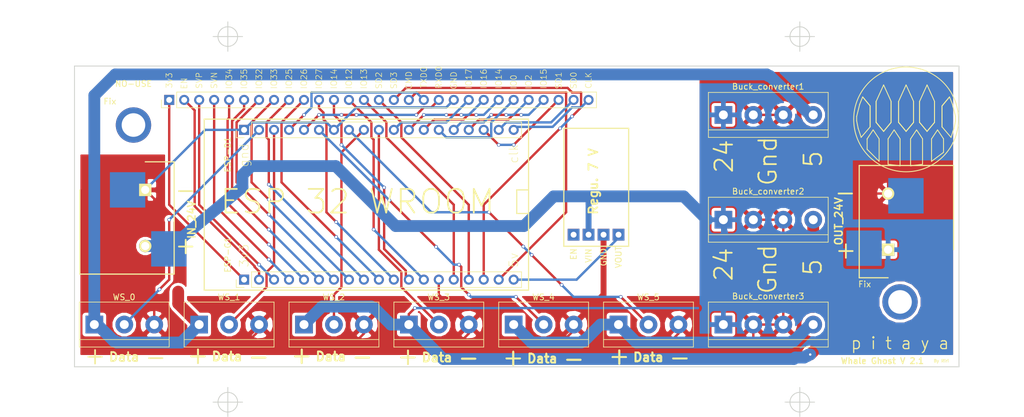
<source format=kicad_pcb>
(kicad_pcb (version 4) (host pcbnew 4.0.6)

  (general
    (links 64)
    (no_connects 0)
    (area 82.924999 72.924999 233.075001 124.075001)
    (thickness 1.6)
    (drawings 137)
    (tracks 346)
    (zones 0)
    (modules 25)
    (nets 41)
  )

  (page A4)
  (layers
    (0 F.Cu signal)
    (31 B.Cu signal)
    (32 B.Adhes user)
    (33 F.Adhes user)
    (34 B.Paste user)
    (35 F.Paste user)
    (36 B.SilkS user)
    (37 F.SilkS user)
    (38 B.Mask user)
    (39 F.Mask user)
    (40 Dwgs.User user)
    (41 Cmts.User user)
    (42 Eco1.User user)
    (43 Eco2.User user)
    (44 Edge.Cuts user)
    (45 Margin user)
    (46 B.CrtYd user)
    (47 F.CrtYd user)
    (48 B.Fab user)
    (49 F.Fab user)
  )

  (setup
    (last_trace_width 0.4)
    (trace_clearance 0.2)
    (zone_clearance 0.5)
    (zone_45_only yes)
    (trace_min 0.2)
    (segment_width 0.2)
    (edge_width 0.15)
    (via_size 0.6)
    (via_drill 0.4)
    (via_min_size 0.4)
    (via_min_drill 0.3)
    (uvia_size 0.3)
    (uvia_drill 0.1)
    (uvias_allowed no)
    (uvia_min_size 0.2)
    (uvia_min_drill 0.1)
    (pcb_text_width 0.3)
    (pcb_text_size 1.5 1.5)
    (mod_edge_width 0.15)
    (mod_text_size 1 1)
    (mod_text_width 0.15)
    (pad_size 6 6)
    (pad_drill 0)
    (pad_to_mask_clearance 0.2)
    (aux_axis_origin 84.836 74.676)
    (visible_elements 7FFFFFFF)
    (pcbplotparams
      (layerselection 0x00030_80000001)
      (usegerberextensions false)
      (excludeedgelayer true)
      (linewidth 0.100000)
      (plotframeref false)
      (viasonmask false)
      (mode 1)
      (useauxorigin false)
      (hpglpennumber 1)
      (hpglpenspeed 20)
      (hpglpendiameter 15)
      (hpglpenoverlay 2)
      (psnegative false)
      (psa4output false)
      (plotreference true)
      (plotvalue true)
      (plotinvisibletext false)
      (padsonsilk false)
      (subtractmaskfromsilk false)
      (outputformat 1)
      (mirror false)
      (drillshape 1)
      (scaleselection 1)
      (outputdirectory ""))
  )

  (net 0 "")
  (net 1 +24V)
  (net 2 "Net-(Buck_converter1-Pad4)")
  (net 3 WS0)
  (net 4 WS1)
  (net 5 TXDO)
  (net 6 RXD0)
  (net 7 WS4)
  (net 8 GND)
  (net 9 WS5)
  (net 10 WS2)
  (net 11 WS3)
  (net 12 IO17)
  (net 13 IO16)
  (net 14 IO4)
  (net 15 IO0)
  (net 16 IO2)
  (net 17 IO15)
  (net 18 SD1)
  (net 19 3V3)
  (net 20 EN)
  (net 21 SVP)
  (net 22 SVN)
  (net 23 IO34)
  (net 24 IO35)
  (net 25 IO32)
  (net 26 IO33)
  (net 27 IO25)
  (net 28 IO26)
  (net 29 IO27)
  (net 30 IO14)
  (net 31 IO12)
  (net 32 IO13)
  (net 33 SD2)
  (net 34 SD3)
  (net 35 CMD)
  (net 36 SD0)
  (net 37 CLK)
  (net 38 "Net-(ESP-G1-Pad19)")
  (net 39 "Net-(Buck_converter2-Pad4)")
  (net 40 "Net-(Buck_converter3-Pad4)")

  (net_class Default "Ceci est la Netclass par défaut"
    (clearance 0.2)
    (trace_width 0.4)
    (via_dia 0.6)
    (via_drill 0.4)
    (uvia_dia 0.3)
    (uvia_drill 0.1)
    (add_net +24V)
    (add_net 3V3)
    (add_net CLK)
    (add_net CMD)
    (add_net EN)
    (add_net GND)
    (add_net IO0)
    (add_net IO12)
    (add_net IO13)
    (add_net IO14)
    (add_net IO15)
    (add_net IO16)
    (add_net IO17)
    (add_net IO2)
    (add_net IO25)
    (add_net IO26)
    (add_net IO27)
    (add_net IO32)
    (add_net IO33)
    (add_net IO34)
    (add_net IO35)
    (add_net IO4)
    (add_net "Net-(Buck_converter1-Pad4)")
    (add_net "Net-(Buck_converter2-Pad4)")
    (add_net "Net-(Buck_converter3-Pad4)")
    (add_net "Net-(ESP-G1-Pad19)")
    (add_net RXD0)
    (add_net SD0)
    (add_net SD1)
    (add_net SD2)
    (add_net SD3)
    (add_net SVN)
    (add_net SVP)
    (add_net TXDO)
    (add_net WS0)
    (add_net WS1)
    (add_net WS2)
    (add_net WS3)
    (add_net WS4)
    (add_net WS5)
  )

  (module Wire_Pads:SolderWirePad_single_2-5mmDrill (layer B.Cu) (tedit 5A7B2059) (tstamp 5A7C412A)
    (at 216.888 103.89)
    (fp_text reference "" (at 0 5.08) (layer B.SilkS)
      (effects (font (size 1 1) (thickness 0.15)) (justify mirror))
    )
    (fp_text value SolderWirePad_single_2-5mmDrill (at 1.27 -5.08) (layer B.Fab)
      (effects (font (size 1 1) (thickness 0.15)) (justify mirror))
    )
    (pad 1 connect rect (at 0 0) (size 6 6) (layers B.Cu B.Mask))
  )

  (module Wire_Pads:SolderWirePad_single_2-5mmDrill (layer F.Cu) (tedit 5A7C377C) (tstamp 5A7C0A7B)
    (at 223 113)
    (fp_text reference Fix (at -6 -3) (layer F.SilkS)
      (effects (font (size 1 1) (thickness 0.15)))
    )
    (fp_text value "" (at 1.27 5.08) (layer F.Fab)
      (effects (font (size 1 1) (thickness 0.15)))
    )
    (pad 1 thru_hole circle (at 0 0) (size 6 6) (drill 4) (layers *.Cu *.Mask))
  )

  (module Wire_Pads:SolderWirePad_single_2-5mmDrill (layer B.Cu) (tedit 5A7B2059) (tstamp 5A7B2250)
    (at 92 94)
    (fp_text reference "" (at 0 5.08) (layer B.SilkS)
      (effects (font (size 1 1) (thickness 0.15)) (justify mirror))
    )
    (fp_text value SolderWirePad_single_2-5mmDrill (at 1.27 -5.08) (layer B.Fab)
      (effects (font (size 1 1) (thickness 0.15)) (justify mirror))
    )
    (pad 1 connect rect (at 0 0) (size 6 6) (layers B.Cu B.Mask))
  )

  (module Wire_Pads:SolderWirePad_single_2-5mmDrill (layer B.Cu) (tedit 5A7B2059) (tstamp 5A7B224A)
    (at 224 95)
    (fp_text reference "" (at 0 5.08) (layer B.SilkS)
      (effects (font (size 1 1) (thickness 0.15)) (justify mirror))
    )
    (fp_text value SolderWirePad_single_2-5mmDrill (at 1.27 -5.08) (layer B.Fab)
      (effects (font (size 1 1) (thickness 0.15)) (justify mirror))
    )
    (pad 1 connect rect (at 0 0) (size 6 6) (layers B.Cu B.Mask))
  )

  (module Wire_Pads:SolderWirePad_single_2-5mmDrill (layer B.Cu) (tedit 5A7B2059) (tstamp 5A7B223E)
    (at 99 104)
    (fp_text reference "" (at 0 5.08) (layer B.SilkS)
      (effects (font (size 1 1) (thickness 0.15)) (justify mirror))
    )
    (fp_text value SolderWirePad_single_2-5mmDrill (at 1.27 -5.08) (layer B.Fab)
      (effects (font (size 1 1) (thickness 0.15)) (justify mirror))
    )
    (pad 1 connect rect (at 0 0) (size 6 6) (layers B.Cu B.Mask))
  )

  (module Connectors_Terminal_Blocks:TerminalBlock_bornier-4_P5.08mm (layer F.Cu) (tedit 59FF03D1) (tstamp 5A7AD501)
    (at 193.04 81.28)
    (descr "simple 4-pin terminal block, pitch 5.08mm, revamped version of bornier4")
    (tags "terminal block bornier4")
    (path /5A786E13)
    (fp_text reference Buck_converter1 (at 7.6 -4.8) (layer F.SilkS)
      (effects (font (size 1 1) (thickness 0.15)))
    )
    (fp_text value BUCK-CONVERTER1 (at 7.6 4.75) (layer F.Fab)
      (effects (font (size 1 1) (thickness 0.15)))
    )
    (fp_text user %R (at 7.62 0) (layer F.Fab)
      (effects (font (size 1 1) (thickness 0.15)))
    )
    (fp_line (start -2.48 2.55) (end 17.72 2.55) (layer F.Fab) (width 0.1))
    (fp_line (start -2.43 3.75) (end -2.48 3.75) (layer F.Fab) (width 0.1))
    (fp_line (start -2.48 3.75) (end -2.48 -3.75) (layer F.Fab) (width 0.1))
    (fp_line (start -2.48 -3.75) (end 17.72 -3.75) (layer F.Fab) (width 0.1))
    (fp_line (start 17.72 -3.75) (end 17.72 3.75) (layer F.Fab) (width 0.1))
    (fp_line (start 17.72 3.75) (end -2.43 3.75) (layer F.Fab) (width 0.1))
    (fp_line (start -2.54 -3.81) (end -2.54 3.81) (layer F.SilkS) (width 0.12))
    (fp_line (start 17.78 3.81) (end 17.78 -3.81) (layer F.SilkS) (width 0.12))
    (fp_line (start 17.78 2.54) (end -2.54 2.54) (layer F.SilkS) (width 0.12))
    (fp_line (start -2.54 -3.81) (end 17.78 -3.81) (layer F.SilkS) (width 0.12))
    (fp_line (start -2.54 3.81) (end 17.78 3.81) (layer F.SilkS) (width 0.12))
    (fp_line (start -2.73 -4) (end 17.97 -4) (layer F.CrtYd) (width 0.05))
    (fp_line (start -2.73 -4) (end -2.73 4) (layer F.CrtYd) (width 0.05))
    (fp_line (start 17.97 4) (end 17.97 -4) (layer F.CrtYd) (width 0.05))
    (fp_line (start 17.97 4) (end -2.73 4) (layer F.CrtYd) (width 0.05))
    (pad 2 thru_hole circle (at 5.08 0) (size 3 3) (drill 1.52) (layers *.Cu *.Mask)
      (net 8 GND))
    (pad 3 thru_hole circle (at 10.16 0) (size 3 3) (drill 1.52) (layers *.Cu *.Mask)
      (net 8 GND))
    (pad 1 thru_hole rect (at 0 0) (size 3 3) (drill 1.52) (layers *.Cu *.Mask)
      (net 1 +24V))
    (pad 4 thru_hole circle (at 15.24 0) (size 3 3) (drill 1.52) (layers *.Cu *.Mask)
      (net 2 "Net-(Buck_converter1-Pad4)"))
    (model ${KISYS3DMOD}/Terminal_Blocks.3dshapes/TerminalBlock_bornier-4_P5.08mm.wrl
      (at (xyz 0.3 0 0))
      (scale (xyz 1 1 1))
      (rotate (xyz 0 0 0))
    )
  )

  (module Connectors_Terminal_Blocks:TerminalBlock_bornier-4_P5.08mm (layer F.Cu) (tedit 5A7ADDCA) (tstamp 5A7AD519)
    (at 193.04 99.06)
    (descr "simple 4-pin terminal block, pitch 5.08mm, revamped version of bornier4")
    (tags "terminal block bornier4")
    (path /5A7AD2C9)
    (fp_text reference Buck_converter2 (at 7.6 -4.8) (layer F.SilkS)
      (effects (font (size 1 1) (thickness 0.15)))
    )
    (fp_text value BUCK-CONVERTER2 (at 7.6 4.75) (layer F.Fab)
      (effects (font (size 1 1) (thickness 0.15)))
    )
    (fp_text user "" (at 7.62 0) (layer F.Fab)
      (effects (font (size 1 1) (thickness 0.15)))
    )
    (fp_line (start -2.48 2.55) (end 17.72 2.55) (layer F.Fab) (width 0.1))
    (fp_line (start -2.43 3.75) (end -2.48 3.75) (layer F.Fab) (width 0.1))
    (fp_line (start -2.48 3.75) (end -2.48 -3.75) (layer F.Fab) (width 0.1))
    (fp_line (start -2.48 -3.75) (end 17.72 -3.75) (layer F.Fab) (width 0.1))
    (fp_line (start 17.72 -3.75) (end 17.72 3.75) (layer F.Fab) (width 0.1))
    (fp_line (start 17.72 3.75) (end -2.43 3.75) (layer F.Fab) (width 0.1))
    (fp_line (start -2.54 -3.81) (end -2.54 3.81) (layer F.SilkS) (width 0.12))
    (fp_line (start 17.78 3.81) (end 17.78 -3.81) (layer F.SilkS) (width 0.12))
    (fp_line (start 17.78 2.54) (end -2.54 2.54) (layer F.SilkS) (width 0.12))
    (fp_line (start -2.54 -3.81) (end 17.78 -3.81) (layer F.SilkS) (width 0.12))
    (fp_line (start -2.54 3.81) (end 17.78 3.81) (layer F.SilkS) (width 0.12))
    (fp_line (start -2.73 -4) (end 17.97 -4) (layer F.CrtYd) (width 0.05))
    (fp_line (start -2.73 -4) (end -2.73 4) (layer F.CrtYd) (width 0.05))
    (fp_line (start 17.97 4) (end 17.97 -4) (layer F.CrtYd) (width 0.05))
    (fp_line (start 17.97 4) (end -2.73 4) (layer F.CrtYd) (width 0.05))
    (pad 2 thru_hole circle (at 5.08 0) (size 3 3) (drill 1.52) (layers *.Cu *.Mask)
      (net 8 GND))
    (pad 3 thru_hole circle (at 10.16 0) (size 3 3) (drill 1.52) (layers *.Cu *.Mask)
      (net 8 GND))
    (pad 1 thru_hole rect (at 0 0) (size 3 3) (drill 1.52) (layers *.Cu *.Mask)
      (net 1 +24V))
    (pad 4 thru_hole circle (at 15.24 0) (size 3 3) (drill 1.52) (layers *.Cu *.Mask)
      (net 39 "Net-(Buck_converter2-Pad4)"))
    (model ${KISYS3DMOD}/Terminal_Blocks.3dshapes/TerminalBlock_bornier-4_P5.08mm.wrl
      (at (xyz 0.3 0 0))
      (scale (xyz 1 1 1))
      (rotate (xyz 0 0 0))
    )
  )

  (module Connectors_Terminal_Blocks:TerminalBlock_bornier-4_P5.08mm (layer F.Cu) (tedit 5A7AE19B) (tstamp 5A7AD531)
    (at 193.04 116.84)
    (descr "simple 4-pin terminal block, pitch 5.08mm, revamped version of bornier4")
    (tags "terminal block bornier4")
    (path /5A7AD4F6)
    (fp_text reference Buck_converter3 (at 7.6 -4.8) (layer F.SilkS)
      (effects (font (size 1 1) (thickness 0.15)))
    )
    (fp_text value BUCK-CONVERTER3 (at 7.6 4.75) (layer F.Fab)
      (effects (font (size 1 1) (thickness 0.15)))
    )
    (fp_text user "" (at 7.62 7.366) (layer F.Fab)
      (effects (font (size 1 1) (thickness 0.15)))
    )
    (fp_line (start -2.48 2.55) (end 17.72 2.55) (layer F.Fab) (width 0.1))
    (fp_line (start -2.43 3.75) (end -2.48 3.75) (layer F.Fab) (width 0.1))
    (fp_line (start -2.48 3.75) (end -2.48 -3.75) (layer F.Fab) (width 0.1))
    (fp_line (start -2.48 -3.75) (end 17.72 -3.75) (layer F.Fab) (width 0.1))
    (fp_line (start 17.72 -3.75) (end 17.72 3.75) (layer F.Fab) (width 0.1))
    (fp_line (start 17.72 3.75) (end -2.43 3.75) (layer F.Fab) (width 0.1))
    (fp_line (start -2.54 -3.81) (end -2.54 3.81) (layer F.SilkS) (width 0.12))
    (fp_line (start 17.78 3.81) (end 17.78 -3.81) (layer F.SilkS) (width 0.12))
    (fp_line (start 17.78 2.54) (end -2.54 2.54) (layer F.SilkS) (width 0.12))
    (fp_line (start -2.54 -3.81) (end 17.78 -3.81) (layer F.SilkS) (width 0.12))
    (fp_line (start -2.54 3.81) (end 17.78 3.81) (layer F.SilkS) (width 0.12))
    (fp_line (start -2.73 -4) (end 17.97 -4) (layer F.CrtYd) (width 0.05))
    (fp_line (start -2.73 -4) (end -2.73 4) (layer F.CrtYd) (width 0.05))
    (fp_line (start 17.97 4) (end 17.97 -4) (layer F.CrtYd) (width 0.05))
    (fp_line (start 17.97 4) (end -2.73 4) (layer F.CrtYd) (width 0.05))
    (pad 2 thru_hole circle (at 5.08 0) (size 3 3) (drill 1.52) (layers *.Cu *.Mask)
      (net 8 GND))
    (pad 3 thru_hole circle (at 10.16 0) (size 3 3) (drill 1.52) (layers *.Cu *.Mask)
      (net 8 GND))
    (pad 1 thru_hole rect (at 0 0) (size 3 3) (drill 1.52) (layers *.Cu *.Mask)
      (net 1 +24V))
    (pad 4 thru_hole circle (at 15.24 0) (size 3 3) (drill 1.52) (layers *.Cu *.Mask)
      (net 40 "Net-(Buck_converter3-Pad4)"))
    (model ${KISYS3DMOD}/Terminal_Blocks.3dshapes/TerminalBlock_bornier-4_P5.08mm.wrl
      (at (xyz 0.3 0 0))
      (scale (xyz 1 1 1))
      (rotate (xyz 0 0 0))
    )
  )

  (module Socket_Strips:Socket_Strip_Straight_1x19_Pitch2.54mm (layer F.Cu) (tedit 5A7ADD10) (tstamp 5A7AD557)
    (at 111.76 83.82 90)
    (descr "Through hole straight socket strip, 1x19, 2.54mm pitch, single row")
    (tags "Through hole socket strip THT 1x19 2.54mm single row")
    (path /5A788AEB)
    (fp_text reference ESP-D1 (at -4.18 -2.76 90) (layer F.SilkS)
      (effects (font (size 1 1) (thickness 0.15)))
    )
    (fp_text value ESP32-D (at 0 48.05 90) (layer F.Fab)
      (effects (font (size 1 1) (thickness 0.15)))
    )
    (fp_line (start -1.27 -1.27) (end -1.27 46.99) (layer F.Fab) (width 0.1))
    (fp_line (start -1.27 46.99) (end 1.27 46.99) (layer F.Fab) (width 0.1))
    (fp_line (start 1.27 46.99) (end 1.27 -1.27) (layer F.Fab) (width 0.1))
    (fp_line (start 1.27 -1.27) (end -1.27 -1.27) (layer F.Fab) (width 0.1))
    (fp_line (start -1.33 1.27) (end -1.33 47.05) (layer F.SilkS) (width 0.12))
    (fp_line (start -1.33 47.05) (end 1.33 47.05) (layer F.SilkS) (width 0.12))
    (fp_line (start 1.33 47.05) (end 1.33 1.27) (layer F.SilkS) (width 0.12))
    (fp_line (start 1.33 1.27) (end -1.33 1.27) (layer F.SilkS) (width 0.12))
    (fp_line (start -1.33 0) (end -1.33 -1.33) (layer F.SilkS) (width 0.12))
    (fp_line (start -1.33 -1.33) (end 0 -1.33) (layer F.SilkS) (width 0.12))
    (fp_line (start -1.8 -1.8) (end -1.8 47.5) (layer F.CrtYd) (width 0.05))
    (fp_line (start -1.8 47.5) (end 1.8 47.5) (layer F.CrtYd) (width 0.05))
    (fp_line (start 1.8 47.5) (end 1.8 -1.8) (layer F.CrtYd) (width 0.05))
    (fp_line (start 1.8 -1.8) (end -1.8 -1.8) (layer F.CrtYd) (width 0.05))
    (fp_text user %R (at 0 -2.33 90) (layer F.Fab)
      (effects (font (size 1 1) (thickness 0.15)))
    )
    (pad 1 thru_hole rect (at 0 0 90) (size 1.7 1.7) (drill 1) (layers *.Cu *.Mask)
      (net 8 GND))
    (pad 2 thru_hole oval (at 0 2.54 90) (size 1.7 1.7) (drill 1) (layers *.Cu *.Mask)
      (net 3 WS0))
    (pad 3 thru_hole oval (at 0 5.08 90) (size 1.7 1.7) (drill 1) (layers *.Cu *.Mask)
      (net 4 WS1))
    (pad 4 thru_hole oval (at 0 7.62 90) (size 1.7 1.7) (drill 1) (layers *.Cu *.Mask)
      (net 5 TXDO))
    (pad 5 thru_hole oval (at 0 10.16 90) (size 1.7 1.7) (drill 1) (layers *.Cu *.Mask)
      (net 6 RXD0))
    (pad 6 thru_hole oval (at 0 12.7 90) (size 1.7 1.7) (drill 1) (layers *.Cu *.Mask)
      (net 7 WS4))
    (pad 7 thru_hole oval (at 0 15.24 90) (size 1.7 1.7) (drill 1) (layers *.Cu *.Mask)
      (net 8 GND))
    (pad 8 thru_hole oval (at 0 17.78 90) (size 1.7 1.7) (drill 1) (layers *.Cu *.Mask)
      (net 9 WS5))
    (pad 9 thru_hole oval (at 0 20.32 90) (size 1.7 1.7) (drill 1) (layers *.Cu *.Mask)
      (net 10 WS2))
    (pad 10 thru_hole oval (at 0 22.86 90) (size 1.7 1.7) (drill 1) (layers *.Cu *.Mask)
      (net 11 WS3))
    (pad 11 thru_hole oval (at 0 25.4 90) (size 1.7 1.7) (drill 1) (layers *.Cu *.Mask)
      (net 12 IO17))
    (pad 12 thru_hole oval (at 0 27.94 90) (size 1.7 1.7) (drill 1) (layers *.Cu *.Mask)
      (net 13 IO16))
    (pad 13 thru_hole oval (at 0 30.48 90) (size 1.7 1.7) (drill 1) (layers *.Cu *.Mask)
      (net 14 IO4))
    (pad 14 thru_hole oval (at 0 33.02 90) (size 1.7 1.7) (drill 1) (layers *.Cu *.Mask)
      (net 15 IO0))
    (pad 15 thru_hole oval (at 0 35.56 90) (size 1.7 1.7) (drill 1) (layers *.Cu *.Mask)
      (net 16 IO2))
    (pad 16 thru_hole oval (at 0 38.1 90) (size 1.7 1.7) (drill 1) (layers *.Cu *.Mask)
      (net 17 IO15))
    (pad 17 thru_hole oval (at 0 40.64 90) (size 1.7 1.7) (drill 1) (layers *.Cu *.Mask)
      (net 18 SD1))
    (pad 18 thru_hole oval (at 0 43.18 90) (size 1.7 1.7) (drill 1) (layers *.Cu *.Mask)
      (net 36 SD0))
    (pad 19 thru_hole oval (at 0 45.72 90) (size 1.7 1.7) (drill 1) (layers *.Cu *.Mask)
      (net 37 CLK))
    (model ${KISYS3DMOD}/Socket_Strips.3dshapes/Socket_Strip_Straight_1x19_Pitch2.54mm.wrl
      (at (xyz 0 -0.9 0))
      (scale (xyz 1 1 1))
      (rotate (xyz 0 0 270))
    )
  )

  (module Socket_Strips:Socket_Strip_Straight_1x19_Pitch2.54mm (layer F.Cu) (tedit 5A7ADD06) (tstamp 5A7AD57D)
    (at 111.76 109.22 90)
    (descr "Through hole straight socket strip, 1x19, 2.54mm pitch, single row")
    (tags "Through hole socket strip THT 1x19 2.54mm single row")
    (path /5A788AA6)
    (fp_text reference ESP-G1 (at 4.22 -2.76 90) (layer F.SilkS)
      (effects (font (size 1 1) (thickness 0.15)))
    )
    (fp_text value ESP32-G (at 0 48.05 90) (layer F.Fab)
      (effects (font (size 1 1) (thickness 0.15)))
    )
    (fp_line (start -1.27 -1.27) (end -1.27 46.99) (layer F.Fab) (width 0.1))
    (fp_line (start -1.27 46.99) (end 1.27 46.99) (layer F.Fab) (width 0.1))
    (fp_line (start 1.27 46.99) (end 1.27 -1.27) (layer F.Fab) (width 0.1))
    (fp_line (start 1.27 -1.27) (end -1.27 -1.27) (layer F.Fab) (width 0.1))
    (fp_line (start -1.33 1.27) (end -1.33 47.05) (layer F.SilkS) (width 0.12))
    (fp_line (start -1.33 47.05) (end 1.33 47.05) (layer F.SilkS) (width 0.12))
    (fp_line (start 1.33 47.05) (end 1.33 1.27) (layer F.SilkS) (width 0.12))
    (fp_line (start 1.33 1.27) (end -1.33 1.27) (layer F.SilkS) (width 0.12))
    (fp_line (start -1.33 0) (end -1.33 -1.33) (layer F.SilkS) (width 0.12))
    (fp_line (start -1.33 -1.33) (end 0 -1.33) (layer F.SilkS) (width 0.12))
    (fp_line (start -1.8 -1.8) (end -1.8 47.5) (layer F.CrtYd) (width 0.05))
    (fp_line (start -1.8 47.5) (end 1.8 47.5) (layer F.CrtYd) (width 0.05))
    (fp_line (start 1.8 47.5) (end 1.8 -1.8) (layer F.CrtYd) (width 0.05))
    (fp_line (start 1.8 -1.8) (end -1.8 -1.8) (layer F.CrtYd) (width 0.05))
    (fp_text user %R (at 0 -2.33 90) (layer F.Fab)
      (effects (font (size 1 1) (thickness 0.15)))
    )
    (pad 1 thru_hole rect (at 0 0 90) (size 1.7 1.7) (drill 1) (layers *.Cu *.Mask)
      (net 19 3V3))
    (pad 2 thru_hole oval (at 0 2.54 90) (size 1.7 1.7) (drill 1) (layers *.Cu *.Mask)
      (net 20 EN))
    (pad 3 thru_hole oval (at 0 5.08 90) (size 1.7 1.7) (drill 1) (layers *.Cu *.Mask)
      (net 21 SVP))
    (pad 4 thru_hole oval (at 0 7.62 90) (size 1.7 1.7) (drill 1) (layers *.Cu *.Mask)
      (net 22 SVN))
    (pad 5 thru_hole oval (at 0 10.16 90) (size 1.7 1.7) (drill 1) (layers *.Cu *.Mask)
      (net 23 IO34))
    (pad 6 thru_hole oval (at 0 12.7 90) (size 1.7 1.7) (drill 1) (layers *.Cu *.Mask)
      (net 24 IO35))
    (pad 7 thru_hole oval (at 0 15.24 90) (size 1.7 1.7) (drill 1) (layers *.Cu *.Mask)
      (net 25 IO32))
    (pad 8 thru_hole oval (at 0 17.78 90) (size 1.7 1.7) (drill 1) (layers *.Cu *.Mask)
      (net 26 IO33))
    (pad 9 thru_hole oval (at 0 20.32 90) (size 1.7 1.7) (drill 1) (layers *.Cu *.Mask)
      (net 27 IO25))
    (pad 10 thru_hole oval (at 0 22.86 90) (size 1.7 1.7) (drill 1) (layers *.Cu *.Mask)
      (net 28 IO26))
    (pad 11 thru_hole oval (at 0 25.4 90) (size 1.7 1.7) (drill 1) (layers *.Cu *.Mask)
      (net 29 IO27))
    (pad 12 thru_hole oval (at 0 27.94 90) (size 1.7 1.7) (drill 1) (layers *.Cu *.Mask)
      (net 30 IO14))
    (pad 13 thru_hole oval (at 0 30.48 90) (size 1.7 1.7) (drill 1) (layers *.Cu *.Mask)
      (net 31 IO12))
    (pad 14 thru_hole oval (at 0 33.02 90) (size 1.7 1.7) (drill 1) (layers *.Cu *.Mask)
      (net 8 GND))
    (pad 15 thru_hole oval (at 0 35.56 90) (size 1.7 1.7) (drill 1) (layers *.Cu *.Mask)
      (net 32 IO13))
    (pad 16 thru_hole oval (at 0 38.1 90) (size 1.7 1.7) (drill 1) (layers *.Cu *.Mask)
      (net 33 SD2))
    (pad 17 thru_hole oval (at 0 40.64 90) (size 1.7 1.7) (drill 1) (layers *.Cu *.Mask)
      (net 34 SD3))
    (pad 18 thru_hole oval (at 0 43.18 90) (size 1.7 1.7) (drill 1) (layers *.Cu *.Mask)
      (net 35 CMD))
    (pad 19 thru_hole oval (at 0 45.72 90) (size 1.7 1.7) (drill 1) (layers *.Cu *.Mask)
      (net 38 "Net-(ESP-G1-Pad19)"))
    (model ${KISYS3DMOD}/Socket_Strips.3dshapes/Socket_Strip_Straight_1x19_Pitch2.54mm.wrl
      (at (xyz 0 -0.9 0))
      (scale (xyz 1 1 1))
      (rotate (xyz 0 0 270))
    )
  )

  (module Wire_Pads:SolderWirePad_single_2mmDrill (layer F.Cu) (tedit 5A7ADD7F) (tstamp 5A7AD594)
    (at 167.64 101.6)
    (path /5A7A0F0C)
    (fp_text reference EN (at 0 3.302 90) (layer F.SilkS)
      (effects (font (size 1 1) (thickness 0.15)))
    )
    (fp_text value "" (at -0.635 3.81) (layer F.Fab)
      (effects (font (size 1 1) (thickness 0.15)))
    )
    (pad 1 thru_hole rect (at 0 0) (size 2 2) (drill 1) (layers *.Cu *.Mask))
  )

  (module Wire_Pads:SolderWirePad_single_2mmDrill (layer F.Cu) (tedit 5A7ADD7C) (tstamp 5A7AD599)
    (at 170.18 101.6)
    (path /5A7A0FD5)
    (fp_text reference VIN (at 0 3.556 90) (layer F.SilkS)
      (effects (font (size 1 1) (thickness 0.15)))
    )
    (fp_text value "" (at -0.635 3.81) (layer F.Fab)
      (effects (font (size 1 1) (thickness 0.15)))
    )
    (pad 1 thru_hole rect (at 0 0) (size 2 2) (drill 1) (layers *.Cu *.Mask)
      (net 1 +24V))
  )

  (module Wire_Pads:SolderWirePad_single_2mmDrill (layer F.Cu) (tedit 5A7ADD78) (tstamp 5A7AD59E)
    (at 172.72 101.6)
    (path /5A7A101A)
    (fp_text reference GND (at 0 3.81 90) (layer F.SilkS)
      (effects (font (size 1 1) (thickness 0.15)))
    )
    (fp_text value "" (at -0.635 3.81) (layer F.Fab)
      (effects (font (size 1 1) (thickness 0.15)))
    )
    (pad 1 thru_hole rect (at 0 0) (size 2 2) (drill 1) (layers *.Cu *.Mask)
      (net 8 GND))
  )

  (module Wire_Pads:SolderWirePad_single_2mmDrill (layer F.Cu) (tedit 5A7ADD73) (tstamp 5A7AD5A3)
    (at 175.26 101.6)
    (path /5A7A1059)
    (fp_text reference VOUT (at 0 3.81 90) (layer F.SilkS)
      (effects (font (size 1 1) (thickness 0.15)))
    )
    (fp_text value "" (at -0.635 3.81) (layer F.Fab)
      (effects (font (size 1 1) (thickness 0.15)))
    )
    (pad 1 thru_hole rect (at 0 0) (size 2 2) (drill 1) (layers *.Cu *.Mask)
      (net 38 "Net-(ESP-G1-Pad19)"))
  )

  (module Socket_Strips:Socket_Strip_Straight_1x29_Pitch2.54mm (layer F.Cu) (tedit 5A7C4349) (tstamp 5A7AD5E5)
    (at 99.06 78.74 90)
    (descr "Through hole straight socket strip, 1x29, 2.54mm pitch, single row")
    (tags "Through hole socket strip THT 1x29 2.54mm single row")
    (path /5A78AB55)
    (fp_text reference NO-USE (at 2.74 -6.06 180) (layer F.SilkS)
      (effects (font (size 1 1) (thickness 0.15)))
    )
    (fp_text value PIN-NO-USE (at 0 73.45 90) (layer F.Fab)
      (effects (font (size 1 1) (thickness 0.15)))
    )
    (fp_line (start -1.27 -1.27) (end -1.27 72.39) (layer F.Fab) (width 0.1))
    (fp_line (start -1.27 72.39) (end 1.27 72.39) (layer F.Fab) (width 0.1))
    (fp_line (start 1.27 72.39) (end 1.27 -1.27) (layer F.Fab) (width 0.1))
    (fp_line (start 1.27 -1.27) (end -1.27 -1.27) (layer F.Fab) (width 0.1))
    (fp_line (start -1.33 1.27) (end -1.33 72.45) (layer F.SilkS) (width 0.12))
    (fp_line (start -1.33 72.45) (end 1.33 72.45) (layer F.SilkS) (width 0.12))
    (fp_line (start 1.33 72.45) (end 1.33 1.27) (layer F.SilkS) (width 0.12))
    (fp_line (start 1.33 1.27) (end -1.33 1.27) (layer F.SilkS) (width 0.12))
    (fp_line (start -1.33 0) (end -1.33 -1.33) (layer F.SilkS) (width 0.12))
    (fp_line (start -1.33 -1.33) (end 0 -1.33) (layer F.SilkS) (width 0.12))
    (fp_line (start -1.8 -1.8) (end -1.8 72.9) (layer F.CrtYd) (width 0.05))
    (fp_line (start -1.8 72.9) (end 1.8 72.9) (layer F.CrtYd) (width 0.05))
    (fp_line (start 1.8 72.9) (end 1.8 -1.8) (layer F.CrtYd) (width 0.05))
    (fp_line (start 1.8 -1.8) (end -1.8 -1.8) (layer F.CrtYd) (width 0.05))
    (fp_text user %R (at 4.74 39.94 180) (layer F.Fab)
      (effects (font (size 1 1) (thickness 0.15)))
    )
    (pad 1 thru_hole rect (at 0 0 90) (size 1.7 1.7) (drill 1) (layers *.Cu *.Mask)
      (net 19 3V3))
    (pad 2 thru_hole oval (at 0 2.54 90) (size 1.7 1.7) (drill 1) (layers *.Cu *.Mask)
      (net 20 EN))
    (pad 3 thru_hole oval (at 0 5.08 90) (size 1.7 1.7) (drill 1) (layers *.Cu *.Mask)
      (net 21 SVP))
    (pad 4 thru_hole oval (at 0 7.62 90) (size 1.7 1.7) (drill 1) (layers *.Cu *.Mask)
      (net 22 SVN))
    (pad 5 thru_hole oval (at 0 10.16 90) (size 1.7 1.7) (drill 1) (layers *.Cu *.Mask)
      (net 23 IO34))
    (pad 6 thru_hole oval (at 0 12.7 90) (size 1.7 1.7) (drill 1) (layers *.Cu *.Mask)
      (net 24 IO35))
    (pad 7 thru_hole oval (at 0 15.24 90) (size 1.7 1.7) (drill 1) (layers *.Cu *.Mask)
      (net 25 IO32))
    (pad 8 thru_hole oval (at 0 17.78 90) (size 1.7 1.7) (drill 1) (layers *.Cu *.Mask)
      (net 26 IO33))
    (pad 9 thru_hole oval (at 0 20.32 90) (size 1.7 1.7) (drill 1) (layers *.Cu *.Mask)
      (net 27 IO25))
    (pad 10 thru_hole oval (at 0 22.86 90) (size 1.7 1.7) (drill 1) (layers *.Cu *.Mask)
      (net 28 IO26))
    (pad 11 thru_hole oval (at 0 25.4 90) (size 1.7 1.7) (drill 1) (layers *.Cu *.Mask)
      (net 29 IO27))
    (pad 12 thru_hole oval (at 0 27.94 90) (size 1.7 1.7) (drill 1) (layers *.Cu *.Mask)
      (net 30 IO14))
    (pad 13 thru_hole oval (at 0 30.48 90) (size 1.7 1.7) (drill 1) (layers *.Cu *.Mask)
      (net 31 IO12))
    (pad 14 thru_hole oval (at 0 33.02 90) (size 1.7 1.7) (drill 1) (layers *.Cu *.Mask)
      (net 32 IO13))
    (pad 15 thru_hole oval (at 0 35.56 90) (size 1.7 1.7) (drill 1) (layers *.Cu *.Mask)
      (net 33 SD2))
    (pad 16 thru_hole oval (at 0 38.1 90) (size 1.7 1.7) (drill 1) (layers *.Cu *.Mask)
      (net 34 SD3))
    (pad 17 thru_hole oval (at 0 40.64 90) (size 1.7 1.7) (drill 1) (layers *.Cu *.Mask)
      (net 35 CMD))
    (pad 18 thru_hole oval (at 0 43.18 90) (size 1.7 1.7) (drill 1) (layers *.Cu *.Mask)
      (net 5 TXDO))
    (pad 19 thru_hole oval (at 0 45.72 90) (size 1.7 1.7) (drill 1) (layers *.Cu *.Mask)
      (net 6 RXD0))
    (pad 20 thru_hole oval (at 0 48.26 90) (size 1.7 1.7) (drill 1) (layers *.Cu *.Mask)
      (net 8 GND))
    (pad 21 thru_hole oval (at 0 50.8 90) (size 1.7 1.7) (drill 1) (layers *.Cu *.Mask)
      (net 12 IO17))
    (pad 22 thru_hole oval (at 0 53.34 90) (size 1.7 1.7) (drill 1) (layers *.Cu *.Mask)
      (net 13 IO16))
    (pad 23 thru_hole oval (at 0 55.88 90) (size 1.7 1.7) (drill 1) (layers *.Cu *.Mask)
      (net 14 IO4))
    (pad 24 thru_hole oval (at 0 58.42 90) (size 1.7 1.7) (drill 1) (layers *.Cu *.Mask)
      (net 15 IO0))
    (pad 25 thru_hole oval (at 0 60.96 90) (size 1.7 1.7) (drill 1) (layers *.Cu *.Mask)
      (net 16 IO2))
    (pad 26 thru_hole oval (at 0 63.5 90) (size 1.7 1.7) (drill 1) (layers *.Cu *.Mask)
      (net 17 IO15))
    (pad 27 thru_hole oval (at 0 66.04 90) (size 1.7 1.7) (drill 1) (layers *.Cu *.Mask)
      (net 18 SD1))
    (pad 28 thru_hole oval (at 0 68.58 90) (size 1.7 1.7) (drill 1) (layers *.Cu *.Mask)
      (net 36 SD0))
    (pad 29 thru_hole oval (at 0 71.12 90) (size 1.7 1.7) (drill 1) (layers *.Cu *.Mask)
      (net 37 CLK))
    (model ${KISYS3DMOD}/Socket_Strips.3dshapes/Socket_Strip_Straight_1x29_Pitch2.54mm.wrl
      (at (xyz 0 -1.4 0))
      (scale (xyz 1 1 1))
      (rotate (xyz 0 0 270))
    )
  )

  (module Connectors_Terminal_Blocks:TerminalBlock_bornier-3_P5.08mm (layer F.Cu) (tedit 5A7ADDF4) (tstamp 5A7AD5FB)
    (at 86.36 116.84)
    (descr "simple 3-pin terminal block, pitch 5.08mm, revamped version of bornier3")
    (tags "terminal block bornier3")
    (path /5A796D5D)
    (fp_text reference WS_0 (at 5.05 -4.65) (layer F.SilkS)
      (effects (font (size 1 1) (thickness 0.15)))
    )
    (fp_text value Screw_Terminal_1x03 (at 5.08 5.08) (layer F.Fab)
      (effects (font (size 1 1) (thickness 0.15)))
    )
    (fp_text user %R (at 5.08 0) (layer F.Fab)
      (effects (font (size 1 1) (thickness 0.15)))
    )
    (fp_line (start -2.47 2.55) (end 12.63 2.55) (layer F.Fab) (width 0.1))
    (fp_line (start -2.47 -3.75) (end 12.63 -3.75) (layer F.Fab) (width 0.1))
    (fp_line (start 12.63 -3.75) (end 12.63 3.75) (layer F.Fab) (width 0.1))
    (fp_line (start 12.63 3.75) (end -2.47 3.75) (layer F.Fab) (width 0.1))
    (fp_line (start -2.47 3.75) (end -2.47 -3.75) (layer F.Fab) (width 0.1))
    (fp_line (start -2.54 3.81) (end -2.54 -3.81) (layer F.SilkS) (width 0.12))
    (fp_line (start 12.7 3.81) (end 12.7 -3.81) (layer F.SilkS) (width 0.12))
    (fp_line (start -2.54 2.54) (end 12.7 2.54) (layer F.SilkS) (width 0.12))
    (fp_line (start -2.54 -3.81) (end 12.7 -3.81) (layer F.SilkS) (width 0.12))
    (fp_line (start -2.54 3.81) (end 12.7 3.81) (layer F.SilkS) (width 0.12))
    (fp_line (start -2.72 -4) (end 12.88 -4) (layer F.CrtYd) (width 0.05))
    (fp_line (start -2.72 -4) (end -2.72 4) (layer F.CrtYd) (width 0.05))
    (fp_line (start 12.88 4) (end 12.88 -4) (layer F.CrtYd) (width 0.05))
    (fp_line (start 12.88 4) (end -2.72 4) (layer F.CrtYd) (width 0.05))
    (pad 1 thru_hole rect (at 0 0) (size 3 3) (drill 1.52) (layers *.Cu *.Mask)
      (net 2 "Net-(Buck_converter1-Pad4)"))
    (pad 2 thru_hole circle (at 5.08 0) (size 3 3) (drill 1.52) (layers *.Cu *.Mask)
      (net 3 WS0))
    (pad 3 thru_hole circle (at 10.16 0) (size 3 3) (drill 1.52) (layers *.Cu *.Mask)
      (net 8 GND))
    (model ${KISYS3DMOD}/Terminal_Blocks.3dshapes/TerminalBlock_bornier-3_P5.08mm.wrl
      (at (xyz 0.2 0 0))
      (scale (xyz 1 1 1))
      (rotate (xyz 0 0 0))
    )
  )

  (module Connectors_Terminal_Blocks:TerminalBlock_bornier-3_P5.08mm (layer F.Cu) (tedit 5A7ADDEF) (tstamp 5A7AD611)
    (at 104.14 116.84)
    (descr "simple 3-pin terminal block, pitch 5.08mm, revamped version of bornier3")
    (tags "terminal block bornier3")
    (path /5A796DAB)
    (fp_text reference WS_1 (at 5.05 -4.65) (layer F.SilkS)
      (effects (font (size 1 1) (thickness 0.15)))
    )
    (fp_text value Screw_Terminal_1x03 (at 5.08 5.08) (layer F.Fab)
      (effects (font (size 1 1) (thickness 0.15)))
    )
    (fp_text user %R (at 5.08 0) (layer F.Fab)
      (effects (font (size 1 1) (thickness 0.15)))
    )
    (fp_line (start -2.47 2.55) (end 12.63 2.55) (layer F.Fab) (width 0.1))
    (fp_line (start -2.47 -3.75) (end 12.63 -3.75) (layer F.Fab) (width 0.1))
    (fp_line (start 12.63 -3.75) (end 12.63 3.75) (layer F.Fab) (width 0.1))
    (fp_line (start 12.63 3.75) (end -2.47 3.75) (layer F.Fab) (width 0.1))
    (fp_line (start -2.47 3.75) (end -2.47 -3.75) (layer F.Fab) (width 0.1))
    (fp_line (start -2.54 3.81) (end -2.54 -3.81) (layer F.SilkS) (width 0.12))
    (fp_line (start 12.7 3.81) (end 12.7 -3.81) (layer F.SilkS) (width 0.12))
    (fp_line (start -2.54 2.54) (end 12.7 2.54) (layer F.SilkS) (width 0.12))
    (fp_line (start -2.54 -3.81) (end 12.7 -3.81) (layer F.SilkS) (width 0.12))
    (fp_line (start -2.54 3.81) (end 12.7 3.81) (layer F.SilkS) (width 0.12))
    (fp_line (start -2.72 -4) (end 12.88 -4) (layer F.CrtYd) (width 0.05))
    (fp_line (start -2.72 -4) (end -2.72 4) (layer F.CrtYd) (width 0.05))
    (fp_line (start 12.88 4) (end 12.88 -4) (layer F.CrtYd) (width 0.05))
    (fp_line (start 12.88 4) (end -2.72 4) (layer F.CrtYd) (width 0.05))
    (pad 1 thru_hole rect (at 0 0) (size 3 3) (drill 1.52) (layers *.Cu *.Mask)
      (net 2 "Net-(Buck_converter1-Pad4)"))
    (pad 2 thru_hole circle (at 5.08 0) (size 3 3) (drill 1.52) (layers *.Cu *.Mask)
      (net 4 WS1))
    (pad 3 thru_hole circle (at 10.16 0) (size 3 3) (drill 1.52) (layers *.Cu *.Mask)
      (net 8 GND))
    (model ${KISYS3DMOD}/Terminal_Blocks.3dshapes/TerminalBlock_bornier-3_P5.08mm.wrl
      (at (xyz 0.2 0 0))
      (scale (xyz 1 1 1))
      (rotate (xyz 0 0 0))
    )
  )

  (module Connectors_Terminal_Blocks:TerminalBlock_bornier-3_P5.08mm (layer F.Cu) (tedit 5A7ADDEC) (tstamp 5A7AD627)
    (at 121.92 116.84)
    (descr "simple 3-pin terminal block, pitch 5.08mm, revamped version of bornier3")
    (tags "terminal block bornier3")
    (path /5A796DE4)
    (fp_text reference WS_2 (at 5.05 -4.65) (layer F.SilkS)
      (effects (font (size 1 1) (thickness 0.15)))
    )
    (fp_text value Screw_Terminal_1x03 (at 5.08 5.08) (layer F.Fab)
      (effects (font (size 1 1) (thickness 0.15)))
    )
    (fp_text user %R (at 5.08 0) (layer F.Fab)
      (effects (font (size 1 1) (thickness 0.15)))
    )
    (fp_line (start -2.47 2.55) (end 12.63 2.55) (layer F.Fab) (width 0.1))
    (fp_line (start -2.47 -3.75) (end 12.63 -3.75) (layer F.Fab) (width 0.1))
    (fp_line (start 12.63 -3.75) (end 12.63 3.75) (layer F.Fab) (width 0.1))
    (fp_line (start 12.63 3.75) (end -2.47 3.75) (layer F.Fab) (width 0.1))
    (fp_line (start -2.47 3.75) (end -2.47 -3.75) (layer F.Fab) (width 0.1))
    (fp_line (start -2.54 3.81) (end -2.54 -3.81) (layer F.SilkS) (width 0.12))
    (fp_line (start 12.7 3.81) (end 12.7 -3.81) (layer F.SilkS) (width 0.12))
    (fp_line (start -2.54 2.54) (end 12.7 2.54) (layer F.SilkS) (width 0.12))
    (fp_line (start -2.54 -3.81) (end 12.7 -3.81) (layer F.SilkS) (width 0.12))
    (fp_line (start -2.54 3.81) (end 12.7 3.81) (layer F.SilkS) (width 0.12))
    (fp_line (start -2.72 -4) (end 12.88 -4) (layer F.CrtYd) (width 0.05))
    (fp_line (start -2.72 -4) (end -2.72 4) (layer F.CrtYd) (width 0.05))
    (fp_line (start 12.88 4) (end 12.88 -4) (layer F.CrtYd) (width 0.05))
    (fp_line (start 12.88 4) (end -2.72 4) (layer F.CrtYd) (width 0.05))
    (pad 1 thru_hole rect (at 0 0) (size 3 3) (drill 1.52) (layers *.Cu *.Mask)
      (net 39 "Net-(Buck_converter2-Pad4)"))
    (pad 2 thru_hole circle (at 5.08 0) (size 3 3) (drill 1.52) (layers *.Cu *.Mask)
      (net 10 WS2))
    (pad 3 thru_hole circle (at 10.16 0) (size 3 3) (drill 1.52) (layers *.Cu *.Mask)
      (net 8 GND))
    (model ${KISYS3DMOD}/Terminal_Blocks.3dshapes/TerminalBlock_bornier-3_P5.08mm.wrl
      (at (xyz 0.2 0 0))
      (scale (xyz 1 1 1))
      (rotate (xyz 0 0 0))
    )
  )

  (module Connectors_Terminal_Blocks:TerminalBlock_bornier-3_P5.08mm (layer F.Cu) (tedit 5A7ADDE8) (tstamp 5A7AD63D)
    (at 139.7 116.84)
    (descr "simple 3-pin terminal block, pitch 5.08mm, revamped version of bornier3")
    (tags "terminal block bornier3")
    (path /5A796E37)
    (fp_text reference WS_3 (at 5.05 -4.65) (layer F.SilkS)
      (effects (font (size 1 1) (thickness 0.15)))
    )
    (fp_text value Screw_Terminal_1x03 (at 5.08 5.08) (layer F.Fab)
      (effects (font (size 1 1) (thickness 0.15)))
    )
    (fp_text user %R (at 5.08 0) (layer F.Fab)
      (effects (font (size 1 1) (thickness 0.15)))
    )
    (fp_line (start -2.47 2.55) (end 12.63 2.55) (layer F.Fab) (width 0.1))
    (fp_line (start -2.47 -3.75) (end 12.63 -3.75) (layer F.Fab) (width 0.1))
    (fp_line (start 12.63 -3.75) (end 12.63 3.75) (layer F.Fab) (width 0.1))
    (fp_line (start 12.63 3.75) (end -2.47 3.75) (layer F.Fab) (width 0.1))
    (fp_line (start -2.47 3.75) (end -2.47 -3.75) (layer F.Fab) (width 0.1))
    (fp_line (start -2.54 3.81) (end -2.54 -3.81) (layer F.SilkS) (width 0.12))
    (fp_line (start 12.7 3.81) (end 12.7 -3.81) (layer F.SilkS) (width 0.12))
    (fp_line (start -2.54 2.54) (end 12.7 2.54) (layer F.SilkS) (width 0.12))
    (fp_line (start -2.54 -3.81) (end 12.7 -3.81) (layer F.SilkS) (width 0.12))
    (fp_line (start -2.54 3.81) (end 12.7 3.81) (layer F.SilkS) (width 0.12))
    (fp_line (start -2.72 -4) (end 12.88 -4) (layer F.CrtYd) (width 0.05))
    (fp_line (start -2.72 -4) (end -2.72 4) (layer F.CrtYd) (width 0.05))
    (fp_line (start 12.88 4) (end 12.88 -4) (layer F.CrtYd) (width 0.05))
    (fp_line (start 12.88 4) (end -2.72 4) (layer F.CrtYd) (width 0.05))
    (pad 1 thru_hole rect (at 0 0) (size 3 3) (drill 1.52) (layers *.Cu *.Mask)
      (net 39 "Net-(Buck_converter2-Pad4)"))
    (pad 2 thru_hole circle (at 5.08 0) (size 3 3) (drill 1.52) (layers *.Cu *.Mask)
      (net 11 WS3))
    (pad 3 thru_hole circle (at 10.16 0) (size 3 3) (drill 1.52) (layers *.Cu *.Mask)
      (net 8 GND))
    (model ${KISYS3DMOD}/Terminal_Blocks.3dshapes/TerminalBlock_bornier-3_P5.08mm.wrl
      (at (xyz 0.2 0 0))
      (scale (xyz 1 1 1))
      (rotate (xyz 0 0 0))
    )
  )

  (module Connectors_Terminal_Blocks:TerminalBlock_bornier-3_P5.08mm (layer F.Cu) (tedit 5A7ADDDE) (tstamp 5A7AD653)
    (at 157.48 116.84)
    (descr "simple 3-pin terminal block, pitch 5.08mm, revamped version of bornier3")
    (tags "terminal block bornier3")
    (path /5A796E70)
    (fp_text reference WS_4 (at 5.05 -4.65) (layer F.SilkS)
      (effects (font (size 1 1) (thickness 0.15)))
    )
    (fp_text value Screw_Terminal_1x03 (at 5.08 5.08) (layer F.Fab)
      (effects (font (size 1 1) (thickness 0.15)))
    )
    (fp_text user %R (at 5.08 0) (layer F.Fab)
      (effects (font (size 1 1) (thickness 0.15)))
    )
    (fp_line (start -2.47 2.55) (end 12.63 2.55) (layer F.Fab) (width 0.1))
    (fp_line (start -2.47 -3.75) (end 12.63 -3.75) (layer F.Fab) (width 0.1))
    (fp_line (start 12.63 -3.75) (end 12.63 3.75) (layer F.Fab) (width 0.1))
    (fp_line (start 12.63 3.75) (end -2.47 3.75) (layer F.Fab) (width 0.1))
    (fp_line (start -2.47 3.75) (end -2.47 -3.75) (layer F.Fab) (width 0.1))
    (fp_line (start -2.54 3.81) (end -2.54 -3.81) (layer F.SilkS) (width 0.12))
    (fp_line (start 12.7 3.81) (end 12.7 -3.81) (layer F.SilkS) (width 0.12))
    (fp_line (start -2.54 2.54) (end 12.7 2.54) (layer F.SilkS) (width 0.12))
    (fp_line (start -2.54 -3.81) (end 12.7 -3.81) (layer F.SilkS) (width 0.12))
    (fp_line (start -2.54 3.81) (end 12.7 3.81) (layer F.SilkS) (width 0.12))
    (fp_line (start -2.72 -4) (end 12.88 -4) (layer F.CrtYd) (width 0.05))
    (fp_line (start -2.72 -4) (end -2.72 4) (layer F.CrtYd) (width 0.05))
    (fp_line (start 12.88 4) (end 12.88 -4) (layer F.CrtYd) (width 0.05))
    (fp_line (start 12.88 4) (end -2.72 4) (layer F.CrtYd) (width 0.05))
    (pad 1 thru_hole rect (at 0 0) (size 3 3) (drill 1.52) (layers *.Cu *.Mask)
      (net 40 "Net-(Buck_converter3-Pad4)"))
    (pad 2 thru_hole circle (at 5.08 0) (size 3 3) (drill 1.52) (layers *.Cu *.Mask)
      (net 7 WS4))
    (pad 3 thru_hole circle (at 10.16 0) (size 3 3) (drill 1.52) (layers *.Cu *.Mask)
      (net 8 GND))
    (model ${KISYS3DMOD}/Terminal_Blocks.3dshapes/TerminalBlock_bornier-3_P5.08mm.wrl
      (at (xyz 0.2 0 0))
      (scale (xyz 1 1 1))
      (rotate (xyz 0 0 0))
    )
  )

  (module Connectors_Terminal_Blocks:TerminalBlock_bornier-3_P5.08mm (layer F.Cu) (tedit 5A7ADDDA) (tstamp 5A7AD669)
    (at 175.26 116.84)
    (descr "simple 3-pin terminal block, pitch 5.08mm, revamped version of bornier3")
    (tags "terminal block bornier3")
    (path /5A796ED1)
    (fp_text reference WS_5 (at 5.05 -4.65) (layer F.SilkS)
      (effects (font (size 1 1) (thickness 0.15)))
    )
    (fp_text value Screw_Terminal_1x03 (at 5.08 5.08) (layer F.Fab)
      (effects (font (size 1 1) (thickness 0.15)))
    )
    (fp_text user %R (at 5.08 0) (layer F.Fab)
      (effects (font (size 1 1) (thickness 0.15)))
    )
    (fp_line (start -2.47 2.55) (end 12.63 2.55) (layer F.Fab) (width 0.1))
    (fp_line (start -2.47 -3.75) (end 12.63 -3.75) (layer F.Fab) (width 0.1))
    (fp_line (start 12.63 -3.75) (end 12.63 3.75) (layer F.Fab) (width 0.1))
    (fp_line (start 12.63 3.75) (end -2.47 3.75) (layer F.Fab) (width 0.1))
    (fp_line (start -2.47 3.75) (end -2.47 -3.75) (layer F.Fab) (width 0.1))
    (fp_line (start -2.54 3.81) (end -2.54 -3.81) (layer F.SilkS) (width 0.12))
    (fp_line (start 12.7 3.81) (end 12.7 -3.81) (layer F.SilkS) (width 0.12))
    (fp_line (start -2.54 2.54) (end 12.7 2.54) (layer F.SilkS) (width 0.12))
    (fp_line (start -2.54 -3.81) (end 12.7 -3.81) (layer F.SilkS) (width 0.12))
    (fp_line (start -2.54 3.81) (end 12.7 3.81) (layer F.SilkS) (width 0.12))
    (fp_line (start -2.72 -4) (end 12.88 -4) (layer F.CrtYd) (width 0.05))
    (fp_line (start -2.72 -4) (end -2.72 4) (layer F.CrtYd) (width 0.05))
    (fp_line (start 12.88 4) (end 12.88 -4) (layer F.CrtYd) (width 0.05))
    (fp_line (start 12.88 4) (end -2.72 4) (layer F.CrtYd) (width 0.05))
    (pad 1 thru_hole rect (at 0 0) (size 3 3) (drill 1.52) (layers *.Cu *.Mask)
      (net 40 "Net-(Buck_converter3-Pad4)"))
    (pad 2 thru_hole circle (at 5.08 0) (size 3 3) (drill 1.52) (layers *.Cu *.Mask)
      (net 9 WS5))
    (pad 3 thru_hole circle (at 10.16 0) (size 3 3) (drill 1.52) (layers *.Cu *.Mask)
      (net 8 GND))
    (model ${KISYS3DMOD}/Terminal_Blocks.3dshapes/TerminalBlock_bornier-3_P5.08mm.wrl
      (at (xyz 0.2 0 0))
      (scale (xyz 1 1 1))
      (rotate (xyz 0 0 0))
    )
  )

  (module riri:logo_pitaya (layer F.Cu) (tedit 5A7C4377) (tstamp 5A7B1DC4)
    (at 224.028 81.026)
    (fp_text reference "" (at 0 22.86) (layer F.SilkS)
      (effects (font (size 1 1) (thickness 0.15)))
    )
    (fp_text value logo_pitaya (at 0 21.59) (layer F.Fab)
      (effects (font (size 1 1) (thickness 0.15)))
    )
    (fp_line (start 2.286 -2.032) (end 3.556 -4.826) (layer F.SilkS) (width 0.15))
    (fp_line (start 3.556 -4.826) (end 4.826 -2.032) (layer F.SilkS) (width 0.15))
    (fp_line (start -1.27 -2.032) (end 0 -4.826) (layer F.SilkS) (width 0.15))
    (fp_line (start 0 -4.826) (end 1.27 -2.032) (layer F.SilkS) (width 0.15))
    (fp_line (start -5.08 -2.032) (end -3.81 -4.826) (layer F.SilkS) (width 0.15))
    (fp_line (start -3.81 -4.826) (end -2.54 -2.032) (layer F.SilkS) (width 0.15))
    (fp_line (start -6.096 -1.27) (end -7.366 -2.794) (layer F.SilkS) (width 0.15))
    (fp_line (start -6.096 2.286) (end -6.096 -1.27) (layer F.SilkS) (width 0.15))
    (fp_line (start -6.096 2.286) (end -6.096 -1.27) (layer F.SilkS) (width 0.15))
    (fp_line (start -6.096 -1.27) (end -7.366 -2.794) (layer F.SilkS) (width 0.15))
    (fp_line (start -7.62 4.064) (end -6.096 2.286) (layer F.SilkS) (width 0.15))
    (fp_line (start -8.128 2.54) (end -7.62 4.064) (layer F.SilkS) (width 0.15))
    (fp_line (start -8.382 1.27) (end -8.128 2.54) (layer F.SilkS) (width 0.15))
    (fp_line (start -8.382 0.508) (end -8.382 1.27) (layer F.SilkS) (width 0.15))
    (fp_line (start -7.874 -1.524) (end -8.382 0.508) (layer F.SilkS) (width 0.15))
    (fp_line (start -7.366 -2.794) (end -7.874 -1.524) (layer F.SilkS) (width 0.15))
    (fp_line (start 7.366 -2.794) (end 7.874 -1.524) (layer F.SilkS) (width 0.15))
    (fp_line (start 7.874 -1.524) (end 8.382 0.508) (layer F.SilkS) (width 0.15))
    (fp_line (start 8.382 0.508) (end 8.382 1.27) (layer F.SilkS) (width 0.15))
    (fp_line (start 8.382 1.27) (end 8.128 2.54) (layer F.SilkS) (width 0.15))
    (fp_line (start 8.128 2.54) (end 7.62 4.064) (layer F.SilkS) (width 0.15))
    (fp_line (start 7.62 4.064) (end 6.096 2.286) (layer F.SilkS) (width 0.15))
    (fp_line (start 6.096 -1.27) (end 7.366 -2.794) (layer F.SilkS) (width 0.15))
    (fp_line (start 6.096 2.286) (end 6.096 -1.27) (layer F.SilkS) (width 0.15))
    (fp_line (start 6.096 2.286) (end 6.096 -1.27) (layer F.SilkS) (width 0.15))
    (fp_line (start 6.096 -1.27) (end 7.366 -2.794) (layer F.SilkS) (width 0.15))
    (fp_line (start -6.604 4.318) (end -6.604 6.096) (layer F.SilkS) (width 0.15))
    (fp_line (start -6.604 6.096) (end -4.572 8.128) (layer F.SilkS) (width 0.15))
    (fp_line (start -4.572 8.128) (end -4.572 4.318) (layer F.SilkS) (width 0.15))
    (fp_line (start 4.318 4.318) (end 4.318 8.128) (layer F.SilkS) (width 0.15))
    (fp_line (start 4.318 8.128) (end 6.35 6.604) (layer F.SilkS) (width 0.15))
    (fp_line (start 6.35 6.604) (end 6.35 4.318) (layer F.SilkS) (width 0.15))
    (fp_line (start -5.588 2.794) (end -6.604 4.318) (layer F.SilkS) (width 0.15))
    (fp_line (start -4.572 4.318) (end -5.588 2.794) (layer F.SilkS) (width 0.15))
    (fp_line (start 5.334 2.794) (end 6.35 4.318) (layer F.SilkS) (width 0.15))
    (fp_line (start 4.318 4.318) (end 5.334 2.794) (layer F.SilkS) (width 0.15))
    (fp_circle (center 0 1.016) (end 4.572 8.636) (layer F.SilkS) (width 0.15))
    (fp_line (start -2.54 1.524) (end -3.81 3.048) (layer F.SilkS) (width 0.15))
    (fp_line (start -2.54 -2.032) (end -2.54 1.524) (layer F.SilkS) (width 0.15))
    (fp_line (start -5.08 1.524) (end -5.08 -2.032) (layer F.SilkS) (width 0.15))
    (fp_line (start -3.81 3.048) (end -5.08 1.524) (layer F.SilkS) (width 0.15))
    (fp_line (start -3.81 3.048) (end -5.08 1.524) (layer F.SilkS) (width 0.15))
    (fp_line (start -5.08 1.524) (end -5.08 -2.032) (layer F.SilkS) (width 0.15))
    (fp_line (start -2.54 -2.032) (end -2.54 1.524) (layer F.SilkS) (width 0.15))
    (fp_line (start -2.54 1.524) (end -3.81 3.048) (layer F.SilkS) (width 0.15))
    (fp_line (start 4.826 1.524) (end 3.556 3.048) (layer F.SilkS) (width 0.15))
    (fp_line (start 4.826 -2.032) (end 4.826 1.524) (layer F.SilkS) (width 0.15))
    (fp_line (start 2.286 1.524) (end 2.286 -2.032) (layer F.SilkS) (width 0.15))
    (fp_line (start 3.556 3.048) (end 2.286 1.524) (layer F.SilkS) (width 0.15))
    (fp_line (start 3.556 3.048) (end 2.286 1.524) (layer F.SilkS) (width 0.15))
    (fp_line (start 2.286 1.524) (end 2.286 -2.032) (layer F.SilkS) (width 0.15))
    (fp_line (start 4.826 -2.032) (end 4.826 1.524) (layer F.SilkS) (width 0.15))
    (fp_line (start 4.826 1.524) (end 3.556 3.048) (layer F.SilkS) (width 0.15))
    (fp_line (start 1.27 1.524) (end 0 3.048) (layer F.SilkS) (width 0.15))
    (fp_line (start 1.27 -2.032) (end 1.27 1.524) (layer F.SilkS) (width 0.15))
    (fp_line (start -1.27 1.524) (end -1.27 -2.032) (layer F.SilkS) (width 0.15))
    (fp_line (start 0 3.048) (end -1.27 1.524) (layer F.SilkS) (width 0.15))
    (fp_line (start 0.762 8.89) (end 0.762 4.318) (layer F.SilkS) (width 0.15))
    (fp_line (start 0.762 4.318) (end 1.778 2.794) (layer F.SilkS) (width 0.15))
    (fp_line (start 1.778 2.794) (end 2.794 4.318) (layer F.SilkS) (width 0.15))
    (fp_line (start 2.794 4.318) (end 2.794 8.636) (layer F.SilkS) (width 0.15))
    (fp_line (start 2.794 8.636) (end 0.762 8.89) (layer F.SilkS) (width 0.15))
    (fp_line (start 0 3.048) (end -1.27 1.524) (layer F.SilkS) (width 0.15))
    (fp_line (start -1.27 1.524) (end -1.27 -2.032) (layer F.SilkS) (width 0.15))
    (fp_line (start 1.27 -2.032) (end 1.27 1.524) (layer F.SilkS) (width 0.15))
    (fp_line (start 1.27 1.524) (end 0 3.048) (layer F.SilkS) (width 0.15))
    (fp_line (start -1.016 8.89) (end -1.016 4.318) (layer F.SilkS) (width 0.15))
    (fp_line (start -1.016 4.318) (end -2.032 2.794) (layer F.SilkS) (width 0.15))
    (fp_line (start -2.032 2.794) (end -3.048 4.318) (layer F.SilkS) (width 0.15))
    (fp_line (start -3.048 4.318) (end -3.048 8.636) (layer F.SilkS) (width 0.15))
    (fp_line (start -3.048 8.636) (end -1.016 8.89) (layer F.SilkS) (width 0.15))
    (fp_text user "p i t a y a" (at -1.028 38.974) (layer F.SilkS)
      (effects (font (size 2 2) (thickness 0.2)))
    )
  )

  (module Wire_Pads:SolderWirePad_single_2-5mmDrill (layer F.Cu) (tedit 5A7C3768) (tstamp 5A7B21D9)
    (at 93 83)
    (fp_text reference Fix (at -4 -4) (layer F.SilkS)
      (effects (font (size 1 1) (thickness 0.15)))
    )
    (fp_text value "" (at 1.27 5.08) (layer F.Fab)
      (effects (font (size 1 1) (thickness 0.15)))
    )
    (pad 1 thru_hole circle (at 0 0) (size 6 6) (drill 4) (layers *.Cu *.Mask))
  )

  (module SamacSys_Parts:SHDR2W120P0X952_1X2_1904X1600X2150P (layer F.Cu) (tedit 5A7C37CC) (tstamp 5A7AD58F)
    (at 95 94 270)
    (descr 1902547)
    (tags Connector)
    (path /5A7992A1)
    (fp_text reference IN_24V (at 5.06 -7.87 270) (layer F.SilkS)
      (effects (font (size 1.27 1.27) (thickness 0.254)))
    )
    (fp_text value "" (at 0 0 270) (layer F.SilkS) hide
      (effects (font (size 1.27 1.27) (thickness 0.254)))
    )
    (fp_line (start -5.01 11.35) (end -5.01 -5.15) (layer Dwgs.User) (width 0.05))
    (fp_line (start -5.01 -5.15) (end 14.53 -5.15) (layer Dwgs.User) (width 0.05))
    (fp_line (start 14.53 -5.15) (end 14.53 11.35) (layer Dwgs.User) (width 0.05))
    (fp_line (start 14.53 11.35) (end -5.01 11.35) (layer Dwgs.User) (width 0.05))
    (fp_line (start -4.76 11.1) (end -4.76 -4.9) (layer Dwgs.User) (width 0.1))
    (fp_line (start -4.76 -4.9) (end 14.28 -4.9) (layer Dwgs.User) (width 0.1))
    (fp_line (start 14.28 -4.9) (end 14.28 11.1) (layer Dwgs.User) (width 0.1))
    (fp_line (start 14.28 11.1) (end -4.76 11.1) (layer Dwgs.User) (width 0.1))
    (fp_line (start 0 11.1) (end 14.28 11.1) (layer F.SilkS) (width 0.2))
    (fp_line (start 14.28 11.1) (end 14.28 -4.9) (layer F.SilkS) (width 0.2))
    (fp_line (start 14.28 -4.9) (end -4.76 -4.9) (layer F.SilkS) (width 0.2))
    (fp_line (start -4.76 -4.9) (end -4.76 0) (layer F.SilkS) (width 0.2))
    (pad 1 thru_hole rect (at 0 0) (size 2.1 2.1) (drill 1.4) (layers *.Cu *.Mask F.SilkS)
      (net 8 GND))
    (pad 2 thru_hole circle (at 9.52 0) (size 2.1 2.1) (drill 1.4) (layers *.Cu *.Mask F.SilkS)
      (net 1 +24V))
  )

  (module SamacSys_Parts:SHDR2W120P0X952_1X2_1904X1600X2150P (layer F.Cu) (tedit 5A7C37C2) (tstamp 5A7AD5B5)
    (at 220.98 104.14 90)
    (descr 1902547)
    (tags Connector)
    (path /5A799224)
    (fp_text reference OUT_24V (at 4.826 -8.382 90) (layer F.SilkS)
      (effects (font (size 1.27 1.27) (thickness 0.254)))
    )
    (fp_text value "" (at 0 0 90) (layer F.SilkS) hide
      (effects (font (size 1.27 1.27) (thickness 0.254)))
    )
    (fp_line (start -5.01 11.35) (end -5.01 -5.15) (layer Dwgs.User) (width 0.05))
    (fp_line (start -5.01 -5.15) (end 14.53 -5.15) (layer Dwgs.User) (width 0.05))
    (fp_line (start 14.53 -5.15) (end 14.53 11.35) (layer Dwgs.User) (width 0.05))
    (fp_line (start 14.53 11.35) (end -5.01 11.35) (layer Dwgs.User) (width 0.05))
    (fp_line (start -4.76 11.1) (end -4.76 -4.9) (layer Dwgs.User) (width 0.1))
    (fp_line (start -4.76 -4.9) (end 14.28 -4.9) (layer Dwgs.User) (width 0.1))
    (fp_line (start 14.28 -4.9) (end 14.28 11.1) (layer Dwgs.User) (width 0.1))
    (fp_line (start 14.28 11.1) (end -4.76 11.1) (layer Dwgs.User) (width 0.1))
    (fp_line (start 0 11.1) (end 14.28 11.1) (layer F.SilkS) (width 0.2))
    (fp_line (start 14.28 11.1) (end 14.28 -4.9) (layer F.SilkS) (width 0.2))
    (fp_line (start 14.28 -4.9) (end -4.76 -4.9) (layer F.SilkS) (width 0.2))
    (fp_line (start -4.76 -4.9) (end -4.76 0) (layer F.SilkS) (width 0.2))
    (pad 1 thru_hole rect (at 0 0 180) (size 2.1 2.1) (drill 1.4) (layers *.Cu *.Mask F.SilkS)
      (net 1 +24V))
    (pad 2 thru_hole circle (at 9.52 0 180) (size 2.1 2.1) (drill 1.4) (layers *.Cu *.Mask F.SilkS)
      (net 8 GND))
  )

  (target plus (at 109 130) (size 5) (width 0.15) (layer Edge.Cuts))
  (target plus (at 206 130) (size 5) (width 0.15) (layer Edge.Cuts))
  (target plus (at 206 68) (size 5) (width 0.15) (layer Edge.Cuts))
  (target plus (at 109 68) (size 5) (width 0.15) (layer Edge.Cuts))
  (dimension 11 (width 0.3) (layer Dwgs.User)
    (gr_text "11,000 mm" (at 237.35 118.5 270) (layer Dwgs.User)
      (effects (font (size 1.5 1.5) (thickness 0.3)))
    )
    (feature1 (pts (xy 233 124) (xy 238.7 124)))
    (feature2 (pts (xy 233 113) (xy 238.7 113)))
    (crossbar (pts (xy 236 113) (xy 236 124)))
    (arrow1a (pts (xy 236 124) (xy 235.413579 122.873496)))
    (arrow1b (pts (xy 236 124) (xy 236.586421 122.873496)))
    (arrow2a (pts (xy 236 113) (xy 235.413579 114.126504)))
    (arrow2b (pts (xy 236 113) (xy 236.586421 114.126504)))
  )
  (dimension 40 (width 0.3) (layer Dwgs.User)
    (gr_text "40,000 mm" (at 237.35 93 270) (layer Dwgs.User)
      (effects (font (size 1.5 1.5) (thickness 0.3)))
    )
    (feature1 (pts (xy 233 113) (xy 238.7 113)))
    (feature2 (pts (xy 233 73) (xy 238.7 73)))
    (crossbar (pts (xy 236 73) (xy 236 113)))
    (arrow1a (pts (xy 236 113) (xy 235.413579 111.873496)))
    (arrow1b (pts (xy 236 113) (xy 236.586421 111.873496)))
    (arrow2a (pts (xy 236 73) (xy 235.413579 74.126504)))
    (arrow2b (pts (xy 236 73) (xy 236.586421 74.126504)))
  )
  (dimension 10 (width 0.3) (layer Dwgs.User)
    (gr_text "10,000 mm" (at 228 130.35) (layer Dwgs.User)
      (effects (font (size 1.5 1.5) (thickness 0.3)))
    )
    (feature1 (pts (xy 223 124) (xy 223 131.7)))
    (feature2 (pts (xy 233 124) (xy 233 131.7)))
    (crossbar (pts (xy 233 129) (xy 223 129)))
    (arrow1a (pts (xy 223 129) (xy 224.126504 128.413579)))
    (arrow1b (pts (xy 223 129) (xy 224.126504 129.586421)))
    (arrow2a (pts (xy 233 129) (xy 231.873496 128.413579)))
    (arrow2b (pts (xy 233 129) (xy 231.873496 129.586421)))
  )
  (dimension 10 (width 0.3) (layer Dwgs.User)
    (gr_text "10,000 mm" (at 76.65 78 270) (layer Dwgs.User)
      (effects (font (size 1.5 1.5) (thickness 0.3)))
    )
    (feature1 (pts (xy 83 83) (xy 75.3 83)))
    (feature2 (pts (xy 83 73) (xy 75.3 73)))
    (crossbar (pts (xy 78 73) (xy 78 83)))
    (arrow1a (pts (xy 78 83) (xy 77.413579 81.873496)))
    (arrow1b (pts (xy 78 83) (xy 78.586421 81.873496)))
    (arrow2a (pts (xy 78 73) (xy 77.413579 74.126504)))
    (arrow2b (pts (xy 78 73) (xy 78.586421 74.126504)))
  )
  (dimension 10 (width 0.3) (layer Dwgs.User)
    (gr_text "10,000 mm" (at 88 68.65) (layer Dwgs.User)
      (effects (font (size 1.5 1.5) (thickness 0.3)))
    )
    (feature1 (pts (xy 93 73) (xy 93 67.3)))
    (feature2 (pts (xy 83 73) (xy 83 67.3)))
    (crossbar (pts (xy 83 70) (xy 93 70)))
    (arrow1a (pts (xy 93 70) (xy 91.873496 70.586421)))
    (arrow1b (pts (xy 93 70) (xy 91.873496 69.413579)))
    (arrow2a (pts (xy 83 70) (xy 84.126504 70.586421)))
    (arrow2b (pts (xy 83 70) (xy 84.126504 69.413579)))
  )
  (dimension 51 (width 0.3) (layer Dwgs.User)
    (gr_text "51,000 mm" (at 241.35 98.5 270) (layer Dwgs.User)
      (effects (font (size 1.5 1.5) (thickness 0.3)))
    )
    (feature1 (pts (xy 233 124) (xy 242.7 124)))
    (feature2 (pts (xy 233 73) (xy 242.7 73)))
    (crossbar (pts (xy 240 73) (xy 240 124)))
    (arrow1a (pts (xy 240 124) (xy 239.413579 122.873496)))
    (arrow1b (pts (xy 240 124) (xy 240.586421 122.873496)))
    (arrow2a (pts (xy 240 73) (xy 239.413579 74.126504)))
    (arrow2b (pts (xy 240 73) (xy 240.586421 74.126504)))
  )
  (dimension 150 (width 0.3) (layer Dwgs.User)
    (gr_text "150,000 mm" (at 158 63.65) (layer Dwgs.User)
      (effects (font (size 1.5 1.5) (thickness 0.3)))
    )
    (feature1 (pts (xy 233 73) (xy 233 62.3)))
    (feature2 (pts (xy 83 73) (xy 83 62.3)))
    (crossbar (pts (xy 83 65) (xy 233 65)))
    (arrow1a (pts (xy 233 65) (xy 231.873496 65.586421)))
    (arrow1b (pts (xy 233 65) (xy 231.873496 64.413579)))
    (arrow2a (pts (xy 83 65) (xy 84.126504 65.586421)))
    (arrow2b (pts (xy 83 65) (xy 84.126504 64.413579)))
  )
  (gr_text "By Riri" (at 230 123) (layer F.SilkS)
    (effects (font (size 0.5 0.5) (thickness 0.1)))
  )
  (gr_text "Whale Ghost V 2.1" (at 220 123) (layer F.SilkS)
    (effects (font (size 1 1) (thickness 0.2)))
  )
  (gr_text CLK (at 170.18 75.438 90) (layer F.SilkS)
    (effects (font (size 1 1) (thickness 0.1)))
  )
  (gr_text SD0 (at 167.64 75.438 90) (layer F.SilkS)
    (effects (font (size 1 1) (thickness 0.1)))
  )
  (gr_text SD1 (at 165.1 75.438 90) (layer F.SilkS)
    (effects (font (size 1 1) (thickness 0.1)))
  )
  (gr_text IO15 (at 162.56 75.184 90) (layer F.SilkS)
    (effects (font (size 1 1) (thickness 0.1)))
  )
  (gr_text IO2 (at 160.02 75.692 90) (layer F.SilkS)
    (effects (font (size 1 1) (thickness 0.1)))
  )
  (gr_text IO0 (at 157.48 75.692 90) (layer F.SilkS)
    (effects (font (size 1 1) (thickness 0.1)))
  )
  (gr_text IO14 (at 154.94 75.184 90) (layer F.SilkS)
    (effects (font (size 1 1) (thickness 0.1)))
  )
  (gr_text IO16 (at 152.4 75.184 90) (layer F.SilkS)
    (effects (font (size 1 1) (thickness 0.1)))
  )
  (gr_text IO17 (at 149.86 75.184 90) (layer F.SilkS)
    (effects (font (size 1 1) (thickness 0.1)))
  )
  (gr_text GND (at 147.32 75.438 90) (layer F.SilkS)
    (effects (font (size 1 1) (thickness 0.1)))
  )
  (gr_text RXD0 (at 144.78 74.93 90) (layer F.SilkS)
    (effects (font (size 1 1) (thickness 0.1)))
  )
  (gr_text TXD0 (at 142.24 74.93 90) (layer F.SilkS)
    (effects (font (size 1 1) (thickness 0.1)))
  )
  (gr_text CMD (at 139.7 75.438 90) (layer F.SilkS)
    (effects (font (size 1 1) (thickness 0.1)))
  )
  (gr_text SD3 (at 137.16 75.438 90) (layer F.SilkS)
    (effects (font (size 1 1) (thickness 0.1)))
  )
  (gr_text SD2 (at 134.62 75.438 90) (layer F.SilkS)
    (effects (font (size 1 1) (thickness 0.1)))
  )
  (gr_text IO13 (at 132.08 75.184 90) (layer F.SilkS)
    (effects (font (size 1 1) (thickness 0.1)))
  )
  (gr_text IO12 (at 129.54 75.184 90) (layer F.SilkS)
    (effects (font (size 1 1) (thickness 0.1)))
  )
  (gr_text IO14 (at 127 75.184 90) (layer F.SilkS)
    (effects (font (size 1 1) (thickness 0.1)))
  )
  (gr_text IO27 (at 124.46 75.184 90) (layer F.SilkS)
    (effects (font (size 1 1) (thickness 0.1)))
  )
  (gr_text IO26 (at 121.92 75.184 90) (layer F.SilkS)
    (effects (font (size 1 1) (thickness 0.1)))
  )
  (gr_text IO25 (at 119.38 75.184 90) (layer F.SilkS)
    (effects (font (size 1 1) (thickness 0.1)))
  )
  (gr_text IO33 (at 116.84 75.184 90) (layer F.SilkS)
    (effects (font (size 1 1) (thickness 0.1)))
  )
  (gr_text IO32 (at 114.3 75.184 90) (layer F.SilkS)
    (effects (font (size 1 1) (thickness 0.1)))
  )
  (gr_text IO35 (at 111.76 75.184 90) (layer F.SilkS)
    (effects (font (size 1 1) (thickness 0.1)))
  )
  (gr_text IO34 (at 109.22 75.184 90) (layer F.SilkS)
    (effects (font (size 1 1) (thickness 0.1)))
  )
  (gr_text SVN (at 106.68 75.438 90) (layer F.SilkS)
    (effects (font (size 1 1) (thickness 0.1)))
  )
  (gr_text SVP (at 104.14 75.438 90) (layer F.SilkS)
    (effects (font (size 1 1) (thickness 0.1)))
  )
  (gr_text "EN\n" (at 101.6 75.946 90) (layer F.SilkS)
    (effects (font (size 1 1) (thickness 0.1)))
  )
  (gr_text 3v3 (at 99.06 75.438 90) (layer F.SilkS)
    (effects (font (size 1 1) (thickness 0.1)))
  )
  (gr_text 3v3 (at 111.76 105.156 90) (layer F.SilkS)
    (effects (font (size 1.5 1.5) (thickness 0.1)))
  )
  (gr_text 5v (at 157.48 105.918 90) (layer F.SilkS)
    (effects (font (size 1.5 1.5) (thickness 0.1)))
  )
  (gr_text clk (at 157.48 87.884 90) (layer F.SilkS)
    (effects (font (size 1.5 1.5) (thickness 0.1)))
  )
  (gr_text gnd (at 111.76 88.138 90) (layer F.SilkS)
    (effects (font (size 1.5 1.5) (thickness 0.1)))
  )
  (gr_text "ESP 32 WROOM" (at 131 96) (layer F.SilkS)
    (effects (font (size 4 4) (thickness 0.3)))
  )
  (gr_line (start 158 94) (end 160 94) (angle 90) (layer F.SilkS) (width 0.2))
  (gr_line (start 158 98) (end 158 94) (angle 90) (layer F.SilkS) (width 0.2))
  (gr_line (start 160 98) (end 158 98) (angle 90) (layer F.SilkS) (width 0.2))
  (gr_line (start 105 82) (end 110 82) (angle 90) (layer F.SilkS) (width 0.2))
  (gr_line (start 105 111) (end 105 82) (angle 90) (layer F.SilkS) (width 0.2))
  (gr_line (start 160 111) (end 105 111) (angle 90) (layer F.SilkS) (width 0.2))
  (gr_line (start 160 82) (end 160 111) (angle 90) (layer F.SilkS) (width 0.2))
  (gr_line (start 110 82) (end 160 82) (angle 90) (layer F.SilkS) (width 0.2))
  (gr_text "Regu. 7 V" (at 170.98 92.56 90) (layer F.SilkS)
    (effects (font (size 1.5 1.5) (thickness 0.3)))
  )
  (gr_line (start 165.98 103.56) (end 165.98 83.56) (angle 90) (layer F.SilkS) (width 0.2))
  (gr_line (start 176.98 103.56) (end 165.98 103.56) (angle 90) (layer F.SilkS) (width 0.2))
  (gr_line (start 176.98 83.56) (end 176.98 103.56) (angle 90) (layer F.SilkS) (width 0.2))
  (gr_line (start 165.98 83.56) (end 176.98 83.56) (angle 90) (layer F.SilkS) (width 0.2))
  (gr_text + (at 157.4038 122.3518) (layer F.SilkS) (tstamp 5A7B1494)
    (effects (font (size 3 3) (thickness 0.3)))
  )
  (gr_text - (at 167.6908 122.5804) (layer F.SilkS) (tstamp 5A7B1493)
    (effects (font (size 3 3) (thickness 0.3)))
  )
  (gr_text Data (at 162.3314 122.6058) (layer F.SilkS) (tstamp 5A7B1492)
    (effects (font (size 1.5 1.5) (thickness 0.3)))
  )
  (gr_text Data (at 162.3314 122.6058) (layer F.SilkS) (tstamp 5A7B1491)
    (effects (font (size 1.5 1.5) (thickness 0.3)))
  )
  (gr_text - (at 167.6908 122.5804) (layer F.SilkS) (tstamp 5A7B1490)
    (effects (font (size 3 3) (thickness 0.3)))
  )
  (gr_text + (at 157.4038 122.3518) (layer F.SilkS) (tstamp 5A7B148F)
    (effects (font (size 3 3) (thickness 0.3)))
  )
  (gr_text + (at 157.4038 122.3518) (layer F.SilkS) (tstamp 5A7B148E)
    (effects (font (size 3 3) (thickness 0.3)))
  )
  (gr_text - (at 167.6908 122.5804) (layer F.SilkS) (tstamp 5A7B148D)
    (effects (font (size 3 3) (thickness 0.3)))
  )
  (gr_text Data (at 162.3314 122.6058) (layer F.SilkS) (tstamp 5A7B148C)
    (effects (font (size 1.5 1.5) (thickness 0.3)))
  )
  (gr_text Data (at 162.3314 122.6058) (layer F.SilkS) (tstamp 5A7B148B)
    (effects (font (size 1.5 1.5) (thickness 0.3)))
  )
  (gr_text - (at 167.6908 122.5804) (layer F.SilkS) (tstamp 5A7B148A)
    (effects (font (size 3 3) (thickness 0.3)))
  )
  (gr_text + (at 157.4038 122.3518) (layer F.SilkS) (tstamp 5A7B1489)
    (effects (font (size 3 3) (thickness 0.3)))
  )
  (gr_text + (at 139.5476 122.174) (layer F.SilkS) (tstamp 5A7B1482)
    (effects (font (size 3 3) (thickness 0.3)))
  )
  (gr_text - (at 149.8346 122.4026) (layer F.SilkS) (tstamp 5A7B1481)
    (effects (font (size 3 3) (thickness 0.3)))
  )
  (gr_text Data (at 144.4752 122.428) (layer F.SilkS) (tstamp 5A7B1480)
    (effects (font (size 1.5 1.5) (thickness 0.3)))
  )
  (gr_text Data (at 144.4752 122.428) (layer F.SilkS) (tstamp 5A7B147F)
    (effects (font (size 1.5 1.5) (thickness 0.3)))
  )
  (gr_text - (at 149.8346 122.4026) (layer F.SilkS) (tstamp 5A7B147E)
    (effects (font (size 3 3) (thickness 0.3)))
  )
  (gr_text + (at 139.5476 122.174) (layer F.SilkS) (tstamp 5A7B147D)
    (effects (font (size 3 3) (thickness 0.3)))
  )
  (gr_text + (at 139.5476 122.174) (layer F.SilkS) (tstamp 5A7B147C)
    (effects (font (size 3 3) (thickness 0.3)))
  )
  (gr_text - (at 149.8346 122.4026) (layer F.SilkS) (tstamp 5A7B147B)
    (effects (font (size 3 3) (thickness 0.3)))
  )
  (gr_text Data (at 144.4752 122.428) (layer F.SilkS) (tstamp 5A7B147A)
    (effects (font (size 1.5 1.5) (thickness 0.3)))
  )
  (gr_text Data (at 144.4752 122.428) (layer F.SilkS) (tstamp 5A7B1479)
    (effects (font (size 1.5 1.5) (thickness 0.3)))
  )
  (gr_text - (at 149.8346 122.4026) (layer F.SilkS) (tstamp 5A7B1478)
    (effects (font (size 3 3) (thickness 0.3)))
  )
  (gr_text + (at 139.5476 122.174) (layer F.SilkS) (tstamp 5A7B1477)
    (effects (font (size 3 3) (thickness 0.3)))
  )
  (gr_text + (at 121.539 121.9962) (layer F.SilkS) (tstamp 5A7B1476)
    (effects (font (size 3 3) (thickness 0.3)))
  )
  (gr_text - (at 131.826 122.2248) (layer F.SilkS) (tstamp 5A7B1475)
    (effects (font (size 3 3) (thickness 0.3)))
  )
  (gr_text Data (at 126.4666 122.2502) (layer F.SilkS) (tstamp 5A7B1474)
    (effects (font (size 1.5 1.5) (thickness 0.3)))
  )
  (gr_text Data (at 126.4666 122.2502) (layer F.SilkS) (tstamp 5A7B1473)
    (effects (font (size 1.5 1.5) (thickness 0.3)))
  )
  (gr_text - (at 131.826 122.2248) (layer F.SilkS) (tstamp 5A7B1472)
    (effects (font (size 3 3) (thickness 0.3)))
  )
  (gr_text + (at 121.539 121.9962) (layer F.SilkS) (tstamp 5A7B1471)
    (effects (font (size 3 3) (thickness 0.3)))
  )
  (gr_text + (at 121.539 121.9962) (layer F.SilkS) (tstamp 5A7B1470)
    (effects (font (size 3 3) (thickness 0.3)))
  )
  (gr_text - (at 131.826 122.2248) (layer F.SilkS) (tstamp 5A7B146F)
    (effects (font (size 3 3) (thickness 0.3)))
  )
  (gr_text Data (at 126.4666 122.2502) (layer F.SilkS) (tstamp 5A7B146E)
    (effects (font (size 1.5 1.5) (thickness 0.3)))
  )
  (gr_text Data (at 126.4666 122.2502) (layer F.SilkS) (tstamp 5A7B146D)
    (effects (font (size 1.5 1.5) (thickness 0.3)))
  )
  (gr_text - (at 131.826 122.2248) (layer F.SilkS) (tstamp 5A7B146C)
    (effects (font (size 3 3) (thickness 0.3)))
  )
  (gr_text + (at 121.539 121.9962) (layer F.SilkS) (tstamp 5A7B146B)
    (effects (font (size 3 3) (thickness 0.3)))
  )
  (gr_text + (at 103.9368 121.9962) (layer F.SilkS) (tstamp 5A7B1464)
    (effects (font (size 3 3) (thickness 0.3)))
  )
  (gr_text - (at 114.2238 122.2248) (layer F.SilkS) (tstamp 5A7B1463)
    (effects (font (size 3 3) (thickness 0.3)))
  )
  (gr_text Data (at 108.8644 122.2502) (layer F.SilkS) (tstamp 5A7B1462)
    (effects (font (size 1.5 1.5) (thickness 0.3)))
  )
  (gr_text Data (at 108.8644 122.2502) (layer F.SilkS) (tstamp 5A7B1461)
    (effects (font (size 1.5 1.5) (thickness 0.3)))
  )
  (gr_text - (at 114.2238 122.2248) (layer F.SilkS) (tstamp 5A7B1460)
    (effects (font (size 3 3) (thickness 0.3)))
  )
  (gr_text + (at 103.9368 121.9962) (layer F.SilkS) (tstamp 5A7B145F)
    (effects (font (size 3 3) (thickness 0.3)))
  )
  (gr_text + (at 103.9368 121.9962) (layer F.SilkS) (tstamp 5A7B145E)
    (effects (font (size 3 3) (thickness 0.3)))
  )
  (gr_text - (at 114.2238 122.2248) (layer F.SilkS) (tstamp 5A7B145D)
    (effects (font (size 3 3) (thickness 0.3)))
  )
  (gr_text Data (at 108.8644 122.2502) (layer F.SilkS) (tstamp 5A7B145C)
    (effects (font (size 1.5 1.5) (thickness 0.3)))
  )
  (gr_text Data (at 108.8644 122.2502) (layer F.SilkS) (tstamp 5A7B145B)
    (effects (font (size 1.5 1.5) (thickness 0.3)))
  )
  (gr_text - (at 114.2238 122.2248) (layer F.SilkS) (tstamp 5A7B145A)
    (effects (font (size 3 3) (thickness 0.3)))
  )
  (gr_text + (at 103.9368 121.9962) (layer F.SilkS) (tstamp 5A7B1459)
    (effects (font (size 3 3) (thickness 0.3)))
  )
  (gr_text + (at 175.387 122.1232) (layer F.SilkS) (tstamp 5A7B144A)
    (effects (font (size 3 3) (thickness 0.3)))
  )
  (gr_text - (at 185.674 122.3518) (layer F.SilkS) (tstamp 5A7B1449)
    (effects (font (size 3 3) (thickness 0.3)))
  )
  (gr_text Data (at 180.3146 122.3772) (layer F.SilkS) (tstamp 5A7B1448)
    (effects (font (size 1.5 1.5) (thickness 0.3)))
  )
  (gr_text Data (at 180.3146 122.3772) (layer F.SilkS) (tstamp 5A7B1447)
    (effects (font (size 1.5 1.5) (thickness 0.3)))
  )
  (gr_text - (at 185.674 122.3518) (layer F.SilkS) (tstamp 5A7B1446)
    (effects (font (size 3 3) (thickness 0.3)))
  )
  (gr_text + (at 175.387 122.1232) (layer F.SilkS) (tstamp 5A7B1445)
    (effects (font (size 3 3) (thickness 0.3)))
  )
  (gr_text + (at 175.387 122.1232) (layer F.SilkS) (tstamp 5A7B143F)
    (effects (font (size 3 3) (thickness 0.3)))
  )
  (gr_text - (at 185.674 122.3518) (layer F.SilkS) (tstamp 5A7B143E)
    (effects (font (size 3 3) (thickness 0.3)))
  )
  (gr_text Data (at 180.3146 122.3772) (layer F.SilkS) (tstamp 5A7B143D)
    (effects (font (size 1.5 1.5) (thickness 0.3)))
  )
  (gr_text + (at 86.487 122.0724) (layer F.SilkS) (tstamp 5A7B1432)
    (effects (font (size 3 3) (thickness 0.3)))
  )
  (gr_text - (at 96.774 122.301) (layer F.SilkS) (tstamp 5A7B1431)
    (effects (font (size 3 3) (thickness 0.3)))
  )
  (gr_text Data (at 91.4146 122.3264) (layer F.SilkS) (tstamp 5A7B1430)
    (effects (font (size 1.5 1.5) (thickness 0.3)))
  )
  (gr_text Data (at 180.3146 122.3772) (layer F.SilkS)
    (effects (font (size 1.5 1.5) (thickness 0.3)))
  )
  (gr_text - (at 185.674 122.3518) (layer F.SilkS)
    (effects (font (size 3 3) (thickness 0.3)))
  )
  (gr_text + (at 175.387 122.1232) (layer F.SilkS)
    (effects (font (size 3 3) (thickness 0.3)))
  )
  (gr_text "24\n" (at 193.0908 106.6546 90) (layer F.SilkS) (tstamp 5A7B13AF)
    (effects (font (size 3 3) (thickness 0.3)))
  )
  (gr_text Gnd (at 200.533 107.4674 90) (layer F.SilkS) (tstamp 5A7B13AE)
    (effects (font (size 3 3) (thickness 0.3)))
  )
  (gr_text 5 (at 208.2038 107.1118 90) (layer F.SilkS) (tstamp 5A7B13AD)
    (effects (font (size 3 3) (thickness 0.3)))
  )
  (gr_text 5 (at 208.2546 88.773 90) (layer F.SilkS)
    (effects (font (size 3 3) (thickness 0.3)))
  )
  (gr_text Gnd (at 200.5838 89.1286 90) (layer F.SilkS)
    (effects (font (size 3 3) (thickness 0.3)))
  )
  (gr_text "24\n" (at 193.1416 88.3158 90) (layer F.SilkS)
    (effects (font (size 3 3) (thickness 0.3)))
  )
  (gr_text + (at 213.8172 104.14) (layer F.SilkS)
    (effects (font (size 3 3) (thickness 0.3)))
  )
  (gr_text - (at 213.7156 94.3864) (layer F.SilkS)
    (effects (font (size 3 3) (thickness 0.3)))
  )
  (gr_text - (at 101.854 93.98) (layer F.SilkS)
    (effects (font (size 3 3) (thickness 0.3)))
  )
  (gr_text + (at 101.854 103.378) (layer F.SilkS)
    (effects (font (size 3 3) (thickness 0.3)))
  )
  (gr_line (start 83 73) (end 83 124) (angle 90) (layer Edge.Cuts) (width 0.15))
  (gr_line (start 233 73) (end 83 73) (angle 90) (layer Edge.Cuts) (width 0.15))
  (gr_line (start 233 124) (end 233 73) (angle 90) (layer Edge.Cuts) (width 0.15))
  (gr_line (start 83 124) (end 233 124) (angle 90) (layer Edge.Cuts) (width 0.15))

  (segment (start 170.18 101.6) (end 170.18 96.266) (width 1) (layer B.Cu) (net 1))
  (segment (start 170.18 96.266) (end 171.3484 95.0976) (width 1) (layer B.Cu) (net 1) (tstamp 5A7AFC01))
  (segment (start 95 103.52) (end 99.5088 103.52) (width 2) (layer B.Cu) (net 1) (status 20))
  (segment (start 99.5088 103.52) (end 111.4806 93.5482) (width 2) (layer B.Cu) (net 1) (tstamp 5A7AFBEC) (status 10))
  (segment (start 111.4806 93.5482) (end 111.4806 91.4654) (width 2) (layer B.Cu) (net 1) (tstamp 5A7AFBED))
  (segment (start 111.4806 91.4654) (end 112.9792 89.9668) (width 2) (layer B.Cu) (net 1) (tstamp 5A7AFBEE))
  (segment (start 112.9792 89.9668) (end 127.3048 89.9668) (width 2) (layer B.Cu) (net 1) (tstamp 5A7AFBEF))
  (segment (start 127.3048 89.9668) (end 137.4648 100.1268) (width 2) (layer B.Cu) (net 1) (tstamp 5A7AFBF0))
  (segment (start 137.4648 100.1268) (end 159.2326 100.1268) (width 2) (layer B.Cu) (net 1) (tstamp 5A7AFBF2))
  (segment (start 159.2326 100.1268) (end 164.2618 95.0976) (width 2) (layer B.Cu) (net 1) (tstamp 5A7AFBF4))
  (segment (start 164.2618 95.0976) (end 171.3484 95.0976) (width 2) (layer B.Cu) (net 1) (tstamp 5A7AFBF5))
  (segment (start 186.309 95.0976) (end 190.2714 99.06) (width 2) (layer B.Cu) (net 1) (tstamp 5A7AFBF6))
  (segment (start 171.3484 95.0976) (end 186.309 95.0976) (width 2) (layer B.Cu) (net 1) (tstamp 5A7AFC04))
  (segment (start 193.04 116.84) (end 193.04 99.06) (width 0.4) (layer B.Cu) (net 1))
  (segment (start 193.04 99.06) (end 193.04 81.28) (width 0.4) (layer B.Cu) (net 1) (tstamp 5A7AF318))
  (segment (start 95 103.52) (end 94.996 103.505) (width 0.4) (layer B.Cu) (net 1) (status 80000))
  (segment (start 193.04 99.06) (end 195.072 106.68) (width 0.4) (layer B.Cu) (net 1) (status 80000))
  (segment (start 195.072 106.68) (end 210.058 106.68) (width 0.4) (layer B.Cu) (net 1) (status 80000))
  (segment (start 210.058 106.68) (end 213.106 104.14) (width 0.4) (layer B.Cu) (net 1) (tstamp 5A7AF393) (status 80000))
  (segment (start 213.106 104.14) (end 220.98 104.14) (width 0.4) (layer B.Cu) (net 1) (tstamp 5A7AF389) (status 80000))
  (segment (start 170.18 101.6) (end 170.18 101.092) (width 0.4) (layer B.Cu) (net 1) (status 80000))
  (segment (start 94.996 103.505) (end 95 103.52) (width 0.4) (layer B.Cu) (net 1) (tstamp 5A7AF1A6) (status 80000))
  (segment (start 170.18 101.6) (end 170.18 101.092) (width 0.4) (layer B.Cu) (net 1) (status 80000))
  (segment (start 193.04 99.06) (end 192.024 100.076) (width 0.4) (layer B.Cu) (net 1) (status 80000))
  (segment (start 200.406 74.422) (end 89.916 74.422) (width 2) (layer B.Cu) (net 2))
  (segment (start 207.772 81.28) (end 200.914 74.676) (width 2) (layer B.Cu) (net 2) (status 80000))
  (segment (start 200.66 74.676) (end 200.914 74.676) (width 2) (layer B.Cu) (net 2) (status 80000))
  (segment (start 200.406 74.422) (end 200.66 74.676) (width 2) (layer B.Cu) (net 2) (status 80000))
  (segment (start 86.36 77.978) (end 86.36 116.84) (width 2) (layer B.Cu) (net 2) (tstamp 5A7AF889))
  (segment (start 89.916 74.422) (end 86.36 77.978) (width 2) (layer B.Cu) (net 2) (tstamp 5A7AF875))
  (segment (start 104.14 116.84) (end 100.584 113.284) (width 2) (layer F.Cu) (net 2) (status 80000))
  (segment (start 100.584 113.284) (end 100.584 111.252) (width 2) (layer F.Cu) (net 2) (status 80000))
  (segment (start 207.772 81.28) (end 208.28 81.28) (width 2) (layer B.Cu) (net 2) (status 80000))
  (segment (start 104.14 116.84) (end 101.092 119.888) (width 2) (layer B.Cu) (net 2) (status 80000))
  (segment (start 101.092 119.888) (end 90.17 119.888) (width 2) (layer B.Cu) (net 2) (status 80000))
  (segment (start 90.17 119.888) (end 89.916 119.634) (width 2) (layer B.Cu) (net 2) (status 80000))
  (segment (start 89.916 119.634) (end 89.662 119.634) (width 2) (layer B.Cu) (net 2) (status 80000))
  (segment (start 89.662 119.634) (end 86.868 116.84) (width 2) (layer B.Cu) (net 2) (status 80000))
  (segment (start 86.868 116.84) (end 86.36 116.84) (width 2) (layer B.Cu) (net 2) (status 80000))
  (segment (start 207.01 81.28) (end 208.28 81.28) (width 0.4) (layer B.Cu) (net 2) (status 80000))
  (segment (start 91.44 116.84) (end 97.409 110.871) (width 0.4) (layer B.Cu) (net 3) (status 80000))
  (via (at 97.409 110.871) (size 0.6) (layers F.Cu B.Cu) (net 3) (status 80000))
  (segment (start 97.409 110.871) (end 99.06 109.22) (width 0.4) (layer F.Cu) (net 3) (status 80000))
  (segment (start 99.06 109.22) (end 99.06 99.06) (width 0.4) (layer F.Cu) (net 3) (status 80000))
  (via (at 99.06 99.06) (size 0.6) (layers F.Cu B.Cu) (net 3) (status 80000))
  (segment (start 99.06 99.06) (end 114.3 83.82) (width 0.4) (layer B.Cu) (net 3) (status 80000))
  (segment (start 109.22 116.84) (end 115.57 110.49) (width 0.4) (layer F.Cu) (net 4) (status 80000))
  (segment (start 115.57 110.49) (end 115.57 107.95) (width 0.4) (layer F.Cu) (net 4) (status 80000))
  (segment (start 115.57 107.95) (end 116.84 106.68) (width 0.4) (layer F.Cu) (net 4) (status 80000))
  (segment (start 116.84 106.68) (end 116.84 83.82) (width 0.4) (layer F.Cu) (net 4) (status 80000))
  (segment (start 142.24 78.74) (end 140.97 77.47) (width 0.4) (layer B.Cu) (net 5) (status 80000))
  (segment (start 140.97 77.47) (end 123.19 77.47) (width 0.4) (layer B.Cu) (net 5) (status 80000))
  (segment (start 123.19 77.47) (end 123.19 80.01) (width 0.4) (layer B.Cu) (net 5) (status 80000))
  (segment (start 123.19 80.01) (end 121.92 81.28) (width 0.4) (layer B.Cu) (net 5) (status 80000))
  (via (at 121.92 81.28) (size 0.6) (layers F.Cu B.Cu) (net 5) (status 80000))
  (segment (start 121.92 81.28) (end 119.38 83.82) (width 0.4) (layer F.Cu) (net 5) (status 80000))
  (segment (start 144.78 78.74) (end 143.51 80.01) (width 0.4) (layer F.Cu) (net 6) (status 80000))
  (segment (start 143.51 80.01) (end 142.24 80.01) (width 0.4) (layer F.Cu) (net 6) (status 80000))
  (segment (start 142.24 80.01) (end 140.97 81.28) (width 0.4) (layer F.Cu) (net 6) (status 80000))
  (via (at 140.97 81.28) (size 0.6) (layers F.Cu B.Cu) (net 6) (status 80000))
  (segment (start 140.97 81.28) (end 130.81 81.28) (width 0.4) (layer B.Cu) (net 6) (status 80000))
  (via (at 130.81 81.28) (size 0.6) (layers F.Cu B.Cu) (net 6) (status 80000))
  (segment (start 130.81 81.28) (end 128.27 81.28) (width 0.4) (layer F.Cu) (net 6) (status 80000))
  (via (at 128.27 81.28) (size 0.6) (layers F.Cu B.Cu) (net 6) (status 80000))
  (segment (start 128.27 81.28) (end 124.46 81.28) (width 0.4) (layer B.Cu) (net 6) (status 80000))
  (via (at 124.46 81.28) (size 0.6) (layers F.Cu B.Cu) (net 6) (status 80000))
  (segment (start 124.46 81.28) (end 121.92 83.82) (width 0.4) (layer F.Cu) (net 6) (status 80000))
  (segment (start 124.46 83.82) (end 136.398 95.758) (width 0.4) (layer B.Cu) (net 7) (status 80000))
  (via (at 136.398 95.758) (size 0.6) (layers F.Cu B.Cu) (net 7) (status 80000))
  (segment (start 136.398 95.758) (end 144.3228 103.6574) (width 0.4) (layer F.Cu) (net 7) (status 80000))
  (via (at 144.3228 103.6574) (size 0.6) (layers F.Cu B.Cu) (net 7) (status 80000))
  (segment (start 144.3228 103.6574) (end 147.32 106.68) (width 0.4) (layer B.Cu) (net 7) (status 80000))
  (segment (start 147.32 106.68) (end 148.209 106.68) (width 0.4) (layer B.Cu) (net 7) (status 80000))
  (via (at 148.209 106.68) (size 0.6) (layers F.Cu B.Cu) (net 7) (status 80000))
  (segment (start 148.209 106.68) (end 148.59 107.061) (width 0.4) (layer F.Cu) (net 7) (status 80000))
  (segment (start 148.59 107.061) (end 148.59 110.49) (width 0.4) (layer F.Cu) (net 7) (status 80000))
  (segment (start 148.59 110.49) (end 149.86 111.76) (width 0.4) (layer F.Cu) (net 7) (status 80000))
  (via (at 149.86 111.76) (size 0.6) (layers F.Cu B.Cu) (net 7) (status 80000))
  (segment (start 149.86 111.76) (end 150.241 112.141) (width 0.4) (layer B.Cu) (net 7) (status 80000))
  (segment (start 150.241 112.141) (end 157.861 112.141) (width 0.4) (layer B.Cu) (net 7) (status 80000))
  (via (at 157.861 112.141) (size 0.6) (layers F.Cu B.Cu) (net 7) (status 80000))
  (segment (start 157.861 112.141) (end 162.56 116.84) (width 0.4) (layer F.Cu) (net 7) (status 80000))
  (segment (start 172.72 101.6) (end 172.72 111.76) (width 1) (layer F.Cu) (net 8))
  (segment (start 172.72 111.76) (end 167.64 116.84) (width 1) (layer F.Cu) (net 8) (tstamp 5A7AFC0C))
  (segment (start 132.08 116.84) (end 132.08 118.364) (width 0.4) (layer F.Cu) (net 8))
  (segment (start 117.856 120.396) (end 114.3 116.84) (width 0.4) (layer F.Cu) (net 8) (tstamp 5A7AF404))
  (segment (start 130.048 120.396) (end 117.856 120.396) (width 0.4) (layer F.Cu) (net 8) (tstamp 5A7AF400))
  (segment (start 132.08 118.364) (end 130.048 120.396) (width 0.4) (layer F.Cu) (net 8) (tstamp 5A7AF3FE))
  (segment (start 114.3 116.84) (end 114.3 117.856) (width 0.4) (layer F.Cu) (net 8) (tstamp 5A7AF406))
  (segment (start 114.3 117.856) (end 111.76 120.396) (width 0.4) (layer F.Cu) (net 8) (tstamp 5A7AF407))
  (segment (start 111.76 120.396) (end 100.076 120.396) (width 0.4) (layer F.Cu) (net 8) (tstamp 5A7AF408))
  (segment (start 100.076 120.396) (end 96.52 116.84) (width 0.4) (layer F.Cu) (net 8) (tstamp 5A7AF40C))
  (segment (start 149.86 116.84) (end 149.86 118.364) (width 0.4) (layer F.Cu) (net 8))
  (segment (start 135.89 120.65) (end 132.08 116.84) (width 0.4) (layer F.Cu) (net 8) (tstamp 5A7AF3F9))
  (segment (start 147.574 120.65) (end 135.89 120.65) (width 0.4) (layer F.Cu) (net 8) (tstamp 5A7AF3F7))
  (segment (start 149.86 118.364) (end 147.574 120.65) (width 0.4) (layer F.Cu) (net 8) (tstamp 5A7AF3F5))
  (segment (start 167.64 116.84) (end 167.64 117.856) (width 0.4) (layer F.Cu) (net 8))
  (segment (start 167.64 117.856) (end 164.846 120.65) (width 0.4) (layer F.Cu) (net 8) (tstamp 5A7AF3E9))
  (segment (start 153.67 120.65) (end 149.86 116.84) (width 0.4) (layer F.Cu) (net 8) (tstamp 5A7AF3EE))
  (segment (start 164.846 120.65) (end 153.67 120.65) (width 0.4) (layer F.Cu) (net 8) (tstamp 5A7AF3EB))
  (segment (start 185.42 116.84) (end 185.42 118.364) (width 0.4) (layer F.Cu) (net 8))
  (segment (start 171.196 120.396) (end 167.64 116.84) (width 0.4) (layer F.Cu) (net 8) (tstamp 5A7AF3E5))
  (segment (start 183.388 120.396) (end 171.196 120.396) (width 0.4) (layer F.Cu) (net 8) (tstamp 5A7AF3E3))
  (segment (start 185.42 118.364) (end 183.388 120.396) (width 0.4) (layer F.Cu) (net 8) (tstamp 5A7AF3DD))
  (segment (start 198.12 116.84) (end 198.12 119.38) (width 0.4) (layer F.Cu) (net 8))
  (segment (start 188.976 120.396) (end 185.42 116.84) (width 0.4) (layer F.Cu) (net 8) (tstamp 5A7AF3D1))
  (segment (start 197.104 120.396) (end 188.976 120.396) (width 0.4) (layer F.Cu) (net 8) (tstamp 5A7AF3CF))
  (segment (start 198.12 119.38) (end 197.104 120.396) (width 0.4) (layer F.Cu) (net 8) (tstamp 5A7AF3CB))
  (segment (start 203.2 99.06) (end 203.2 116.84) (width 0.4) (layer F.Cu) (net 8))
  (segment (start 203.2 116.84) (end 198.12 116.84) (width 0.4) (layer F.Cu) (net 8) (tstamp 5A7AF3B8))
  (segment (start 220.98 94.62) (end 220.98 83.058) (width 0.4) (layer F.Cu) (net 8))
  (segment (start 207.772 76.708) (end 203.2 81.28) (width 0.4) (layer F.Cu) (net 8) (tstamp 5A7AF35C))
  (segment (start 214.63 76.708) (end 207.772 76.708) (width 0.4) (layer F.Cu) (net 8) (tstamp 5A7AF359))
  (segment (start 220.98 83.058) (end 214.63 76.708) (width 0.4) (layer F.Cu) (net 8) (tstamp 5A7AF354))
  (segment (start 203.2 81.28) (end 198.12 81.28) (width 0.4) (layer F.Cu) (net 8) (tstamp 5A7AF35E))
  (segment (start 220.98 94.62) (end 207.64 94.62) (width 0.4) (layer F.Cu) (net 8))
  (segment (start 207.64 94.62) (end 203.2 99.06) (width 0.4) (layer F.Cu) (net 8) (tstamp 5A7AF32A))
  (segment (start 203.2 99.06) (end 198.12 99.06) (width 0.4) (layer F.Cu) (net 8) (tstamp 5A7AF32D))
  (segment (start 220.98 94.615) (end 220.98 94.62) (width 0.4) (layer B.Cu) (net 8) (tstamp 5A7AF286) (status 80000))
  (segment (start 149.86 116.84) (end 144.78 111.76) (width 0.4) (layer F.Cu) (net 8) (status 80000))
  (segment (start 144.78 111.76) (end 144.78 109.22) (width 0.4) (layer F.Cu) (net 8) (status 80000))
  (segment (start 95 94) (end 94.996 93.98) (width 0.4) (layer F.Cu) (net 8) (status 80000))
  (segment (start 94.996 93.98) (end 96.52 95.504) (width 0.4) (layer F.Cu) (net 8) (status 80000))
  (segment (start 96.52 95.504) (end 96.52 116.84) (width 0.4) (layer F.Cu) (net 8) (status 80000))
  (segment (start 196.85 116.84) (end 198.12 116.84) (width 0.4) (layer B.Cu) (net 8) (status 80000))
  (segment (start 94.996 93.98) (end 105.156 83.82) (width 0.4) (layer B.Cu) (net 8) (status 80000))
  (segment (start 105.156 83.82) (end 111.76 83.82) (width 0.4) (layer B.Cu) (net 8) (status 80000))
  (segment (start 94.996 93.98) (end 95 94) (width 0.4) (layer F.Cu) (net 8) (tstamp 5A7AF1A5) (status 80000))
  (segment (start 95 94) (end 94.996 93.98) (width 0.4) (layer B.Cu) (net 8) (status 80000))
  (segment (start 127 83.82) (end 130.81 80.01) (width 0.4) (layer B.Cu) (net 8) (status 80000))
  (segment (start 130.81 80.01) (end 146.05 80.01) (width 0.4) (layer B.Cu) (net 8) (status 80000))
  (segment (start 146.05 80.01) (end 147.32 78.74) (width 0.4) (layer B.Cu) (net 8) (status 80000))
  (segment (start 220.98 94.62) (end 220.98 94.615) (width 0.4) (layer B.Cu) (net 8) (status 80000))
  (segment (start 111.76 83.82) (end 113.03 82.55) (width 0.4) (layer B.Cu) (net 8) (status 80000))
  (segment (start 113.03 82.55) (end 125.73 82.55) (width 0.4) (layer B.Cu) (net 8) (status 80000))
  (segment (start 125.73 82.55) (end 127 83.82) (width 0.4) (layer B.Cu) (net 8) (status 80000))
  (segment (start 129.54 83.82) (end 143.51 97.79) (width 0.4) (layer B.Cu) (net 9) (status 80000))
  (segment (start 143.51 97.79) (end 153.289 97.79) (width 0.4) (layer B.Cu) (net 9) (status 80000))
  (via (at 153.289 97.79) (size 0.6) (layers F.Cu B.Cu) (net 9) (status 80000))
  (segment (start 153.289 97.79) (end 159.1056 103.6066) (width 0.4) (layer F.Cu) (net 9) (status 80000))
  (via (at 159.1056 103.6066) (size 0.6) (layers F.Cu B.Cu) (net 9) (status 80000))
  (segment (start 159.1056 103.6066) (end 160.528 105.029) (width 0.4) (layer B.Cu) (net 9) (status 80000))
  (via (at 160.528 105.029) (size 0.6) (layers F.Cu B.Cu) (net 9) (status 80000))
  (segment (start 160.528 105.029) (end 165.608 110.109) (width 0.4) (layer F.Cu) (net 9) (status 80000))
  (via (at 165.608 110.109) (size 0.6) (layers F.Cu B.Cu) (net 9) (status 80000))
  (segment (start 165.608 110.109) (end 167.64 112.141) (width 0.4) (layer B.Cu) (net 9) (status 80000))
  (segment (start 167.64 112.141) (end 175.641 112.141) (width 0.4) (layer B.Cu) (net 9) (status 80000))
  (via (at 175.641 112.141) (size 0.6) (layers F.Cu B.Cu) (net 9) (status 80000))
  (segment (start 175.641 112.141) (end 180.34 116.84) (width 0.4) (layer F.Cu) (net 9) (status 80000))
  (segment (start 132.08 83.82) (end 128.27 87.63) (width 0.4) (layer F.Cu) (net 10) (status 80000))
  (segment (start 128.27 87.63) (end 128.27 110.49) (width 0.4) (layer F.Cu) (net 10) (status 80000))
  (segment (start 128.27 110.49) (end 127 111.76) (width 0.4) (layer F.Cu) (net 10) (status 80000))
  (segment (start 127 111.76) (end 127 116.84) (width 0.4) (layer F.Cu) (net 10) (status 80000))
  (segment (start 144.78 116.84) (end 138.43 110.49) (width 0.4) (layer F.Cu) (net 11) (status 80000))
  (segment (start 138.43 110.49) (end 138.43 107.95) (width 0.4) (layer F.Cu) (net 11) (status 80000))
  (segment (start 138.43 107.95) (end 134.62 104.14) (width 0.4) (layer F.Cu) (net 11) (status 80000))
  (segment (start 134.62 104.14) (end 134.62 83.82) (width 0.4) (layer F.Cu) (net 11) (status 80000))
  (segment (start 149.86 78.74) (end 146.05 82.55) (width 0.4) (layer B.Cu) (net 12) (status 80000))
  (segment (start 146.05 82.55) (end 138.43 82.55) (width 0.4) (layer B.Cu) (net 12) (status 80000))
  (segment (start 138.43 82.55) (end 137.16 83.82) (width 0.4) (layer B.Cu) (net 12) (status 80000))
  (segment (start 152.4 78.74) (end 149.86 81.28) (width 0.4) (layer B.Cu) (net 13) (status 80000))
  (segment (start 149.86 81.28) (end 148.59 81.28) (width 0.4) (layer B.Cu) (net 13) (status 80000))
  (via (at 148.59 81.28) (size 0.6) (layers F.Cu B.Cu) (net 13) (status 80000))
  (segment (start 148.59 81.28) (end 146.05 81.28) (width 0.4) (layer F.Cu) (net 13) (status 80000))
  (via (at 146.05 81.28) (size 0.6) (layers F.Cu B.Cu) (net 13) (status 80000))
  (segment (start 146.05 81.28) (end 142.24 81.28) (width 0.4) (layer B.Cu) (net 13) (status 80000))
  (via (at 142.24 81.28) (size 0.6) (layers F.Cu B.Cu) (net 13) (status 80000))
  (segment (start 142.24 81.28) (end 139.7 83.82) (width 0.4) (layer F.Cu) (net 13) (status 80000))
  (segment (start 154.94 78.74) (end 152.4 81.28) (width 0.4) (layer B.Cu) (net 14) (status 80000))
  (segment (start 152.4 81.28) (end 151.13 81.28) (width 0.4) (layer B.Cu) (net 14) (status 80000))
  (via (at 151.13 81.28) (size 0.6) (layers F.Cu B.Cu) (net 14) (status 80000))
  (segment (start 151.13 81.28) (end 149.733 81.28) (width 0.4) (layer F.Cu) (net 14) (status 80000))
  (segment (start 149.733 81.28) (end 148.971 82.042) (width 0.4) (layer F.Cu) (net 14) (status 80000))
  (segment (start 148.971 82.042) (end 144.018 82.042) (width 0.4) (layer F.Cu) (net 14) (status 80000))
  (segment (start 144.018 82.042) (end 142.24 83.82) (width 0.4) (layer F.Cu) (net 14) (status 80000))
  (segment (start 144.78 83.82) (end 146.05 85.09) (width 0.4) (layer B.Cu) (net 15) (status 80000))
  (segment (start 146.05 85.09) (end 153.67 85.09) (width 0.4) (layer B.Cu) (net 15) (status 80000))
  (segment (start 153.67 85.09) (end 153.67 82.55) (width 0.4) (layer B.Cu) (net 15) (status 80000))
  (segment (start 153.67 82.55) (end 157.48 78.74) (width 0.4) (layer B.Cu) (net 15) (status 80000))
  (segment (start 160.02 78.74) (end 157.48 81.28) (width 0.4) (layer B.Cu) (net 16) (status 80000))
  (segment (start 157.48 81.28) (end 156.21 81.28) (width 0.4) (layer B.Cu) (net 16) (status 80000))
  (via (at 156.21 81.28) (size 0.6) (layers F.Cu B.Cu) (net 16) (status 80000))
  (segment (start 156.21 81.28) (end 153.67 81.28) (width 0.4) (layer F.Cu) (net 16) (status 80000))
  (via (at 153.67 81.28) (size 0.6) (layers F.Cu B.Cu) (net 16) (status 80000))
  (segment (start 153.67 81.28) (end 152.4 82.55) (width 0.4) (layer B.Cu) (net 16) (status 80000))
  (segment (start 152.4 82.55) (end 148.59 82.55) (width 0.4) (layer B.Cu) (net 16) (status 80000))
  (segment (start 148.59 82.55) (end 147.32 83.82) (width 0.4) (layer B.Cu) (net 16) (status 80000))
  (segment (start 162.56 78.74) (end 160.02 81.28) (width 0.4) (layer B.Cu) (net 17) (status 80000))
  (segment (start 160.02 81.28) (end 158.75 81.28) (width 0.4) (layer B.Cu) (net 17) (status 80000))
  (via (at 158.75 81.28) (size 0.6) (layers F.Cu B.Cu) (net 17) (status 80000))
  (segment (start 158.75 81.28) (end 157.353 81.28) (width 0.4) (layer F.Cu) (net 17) (status 80000))
  (segment (start 157.353 81.28) (end 156.591 82.042) (width 0.4) (layer F.Cu) (net 17) (status 80000))
  (segment (start 156.591 82.042) (end 151.638 82.042) (width 0.4) (layer F.Cu) (net 17) (status 80000))
  (segment (start 151.638 82.042) (end 149.86 83.82) (width 0.4) (layer F.Cu) (net 17) (status 80000))
  (segment (start 152.4 83.82) (end 154.94 86.36) (width 0.4) (layer F.Cu) (net 18) (status 80000))
  (via (at 154.94 86.36) (size 0.6) (layers F.Cu B.Cu) (net 18) (status 80000))
  (segment (start 154.94 86.36) (end 157.48 86.36) (width 0.4) (layer B.Cu) (net 18) (status 80000))
  (via (at 157.48 86.36) (size 0.6) (layers F.Cu B.Cu) (net 18) (status 80000))
  (segment (start 157.48 86.36) (end 165.1 78.74) (width 0.4) (layer F.Cu) (net 18) (status 80000))
  (segment (start 111.76 109.22) (end 99.06 96.52) (width 0.4) (layer F.Cu) (net 19) (status 80000))
  (segment (start 99.06 96.52) (end 99.06 78.74) (width 0.4) (layer F.Cu) (net 19) (status 80000))
  (segment (start 101.6 78.74) (end 103.378 80.518) (width 0.4) (layer F.Cu) (net 20) (status 80000))
  (segment (start 103.378 80.518) (end 103.378 96.774) (width 0.4) (layer F.Cu) (net 20) (status 80000))
  (segment (start 103.378 96.774) (end 113.538 106.934) (width 0.4) (layer F.Cu) (net 20) (status 80000))
  (segment (start 113.538 106.934) (end 113.538 107.061) (width 0.4) (layer F.Cu) (net 20) (status 80000))
  (segment (start 113.538 107.061) (end 114.3 107.823) (width 0.4) (layer F.Cu) (net 20) (status 80000))
  (segment (start 114.3 107.823) (end 114.3 109.22) (width 0.4) (layer F.Cu) (net 20) (status 80000))
  (segment (start 116.84 109.22) (end 114.3 106.68) (width 0.4) (layer B.Cu) (net 21) (status 80000))
  (via (at 114.3 106.68) (size 0.6) (layers F.Cu B.Cu) (net 21) (status 80000))
  (segment (start 114.3 106.68) (end 104.14 96.52) (width 0.4) (layer F.Cu) (net 21) (status 80000))
  (segment (start 104.14 96.52) (end 104.14 78.74) (width 0.4) (layer F.Cu) (net 21) (status 80000))
  (segment (start 119.38 109.22) (end 115.951 105.791) (width 0.4) (layer B.Cu) (net 22) (status 80000))
  (via (at 115.951 105.791) (size 0.6) (layers F.Cu B.Cu) (net 22) (status 80000))
  (segment (start 115.951 105.791) (end 106.68 96.52) (width 0.4) (layer F.Cu) (net 22) (status 80000))
  (segment (start 106.68 96.52) (end 106.68 78.74) (width 0.4) (layer F.Cu) (net 22) (status 80000))
  (segment (start 121.92 109.22) (end 115.951 103.251) (width 0.4) (layer B.Cu) (net 23) (status 80000))
  (via (at 115.951 103.251) (size 0.6) (layers F.Cu B.Cu) (net 23) (status 80000))
  (segment (start 115.951 103.251) (end 108.966 96.266) (width 0.4) (layer F.Cu) (net 23) (status 80000))
  (segment (start 108.966 96.266) (end 108.966 82.042) (width 0.4) (layer F.Cu) (net 23) (status 80000))
  (segment (start 108.966 82.042) (end 109.22 81.788) (width 0.4) (layer F.Cu) (net 23) (status 80000))
  (segment (start 109.22 81.788) (end 109.22 78.74) (width 0.4) (layer F.Cu) (net 23) (status 80000))
  (segment (start 124.46 109.22) (end 115.951 100.711) (width 0.4) (layer B.Cu) (net 24) (status 80000))
  (via (at 115.951 100.711) (size 0.6) (layers F.Cu B.Cu) (net 24) (status 80000))
  (segment (start 115.951 100.711) (end 109.728 94.488) (width 0.4) (layer F.Cu) (net 24) (status 80000))
  (segment (start 109.728 94.488) (end 109.728 82.296) (width 0.4) (layer F.Cu) (net 24) (status 80000))
  (segment (start 109.728 82.296) (end 111.76 80.264) (width 0.4) (layer F.Cu) (net 24) (status 80000))
  (segment (start 111.76 80.264) (end 111.76 78.74) (width 0.4) (layer F.Cu) (net 24) (status 80000))
  (segment (start 127 109.22) (end 115.951 98.171) (width 0.4) (layer B.Cu) (net 25) (status 80000))
  (via (at 115.951 98.171) (size 0.6) (layers F.Cu B.Cu) (net 25) (status 80000))
  (segment (start 115.951 98.171) (end 110.49 92.71) (width 0.4) (layer F.Cu) (net 25) (status 80000))
  (segment (start 110.49 92.71) (end 110.49 82.55) (width 0.4) (layer F.Cu) (net 25) (status 80000))
  (segment (start 110.49 82.55) (end 114.3 78.74) (width 0.4) (layer F.Cu) (net 25) (status 80000))
  (segment (start 129.54 109.22) (end 115.951 95.631) (width 0.4) (layer B.Cu) (net 26) (status 80000))
  (via (at 115.951 95.631) (size 0.6) (layers F.Cu B.Cu) (net 26) (status 80000))
  (segment (start 115.951 95.631) (end 113.03 92.71) (width 0.4) (layer F.Cu) (net 26) (status 80000))
  (segment (start 113.03 92.71) (end 113.03 82.55) (width 0.4) (layer F.Cu) (net 26) (status 80000))
  (segment (start 113.03 82.55) (end 116.84 78.74) (width 0.4) (layer F.Cu) (net 26) (status 80000))
  (segment (start 119.38 78.74) (end 115.57 82.55) (width 0.4) (layer F.Cu) (net 27) (status 80000))
  (segment (start 115.57 82.55) (end 115.57 85.09) (width 0.4) (layer F.Cu) (net 27) (status 80000))
  (segment (start 115.57 85.09) (end 115.951 85.471) (width 0.4) (layer F.Cu) (net 27) (status 80000))
  (segment (start 115.951 85.471) (end 115.951 93.091) (width 0.4) (layer F.Cu) (net 27) (status 80000))
  (via (at 115.951 93.091) (size 0.6) (layers F.Cu B.Cu) (net 27) (status 80000))
  (segment (start 115.951 93.091) (end 132.08 109.22) (width 0.4) (layer B.Cu) (net 27) (status 80000))
  (segment (start 134.62 109.22) (end 127.381 101.981) (width 0.4) (layer B.Cu) (net 28) (status 80000))
  (via (at 127.381 101.981) (size 0.6) (layers F.Cu B.Cu) (net 28) (status 80000))
  (segment (start 127.381 101.981) (end 118.11 92.71) (width 0.4) (layer F.Cu) (net 28) (status 80000))
  (segment (start 118.11 92.71) (end 118.11 82.55) (width 0.4) (layer F.Cu) (net 28) (status 80000))
  (segment (start 118.11 82.55) (end 121.92 78.74) (width 0.4) (layer F.Cu) (net 28) (status 80000))
  (segment (start 137.16 109.22) (end 127.381 99.441) (width 0.4) (layer B.Cu) (net 29) (status 80000))
  (via (at 127.381 99.441) (size 0.6) (layers F.Cu B.Cu) (net 29) (status 80000))
  (segment (start 127.381 99.441) (end 125.73 97.79) (width 0.4) (layer F.Cu) (net 29) (status 80000))
  (segment (start 125.73 97.79) (end 125.73 82.55) (width 0.4) (layer F.Cu) (net 29) (status 80000))
  (segment (start 125.73 82.55) (end 125.222 82.042) (width 0.4) (layer F.Cu) (net 29) (status 80000))
  (segment (start 125.222 82.042) (end 125.222 80.899) (width 0.4) (layer F.Cu) (net 29) (status 80000))
  (segment (start 125.222 80.899) (end 124.46 80.137) (width 0.4) (layer F.Cu) (net 29) (status 80000))
  (segment (start 124.46 80.137) (end 124.46 78.74) (width 0.4) (layer F.Cu) (net 29) (status 80000))
  (segment (start 139.7 109.22) (end 139.192 108.712) (width 0.4) (layer F.Cu) (net 30) (status 80000))
  (segment (start 139.192 108.712) (end 139.192 107.696) (width 0.4) (layer F.Cu) (net 30) (status 80000))
  (segment (start 139.192 107.696) (end 135.509 104.013) (width 0.4) (layer F.Cu) (net 30) (status 80000))
  (segment (start 135.509 104.013) (end 135.509 93.599) (width 0.4) (layer F.Cu) (net 30) (status 80000))
  (via (at 135.509 93.599) (size 0.6) (layers F.Cu B.Cu) (net 30) (status 80000))
  (segment (start 135.509 93.599) (end 128.27 86.36) (width 0.4) (layer B.Cu) (net 30) (status 80000))
  (via (at 128.27 86.36) (size 0.6) (layers F.Cu B.Cu) (net 30) (status 80000))
  (segment (start 128.27 86.36) (end 128.27 82.55) (width 0.4) (layer F.Cu) (net 30) (status 80000))
  (segment (start 128.27 82.55) (end 127 81.28) (width 0.4) (layer F.Cu) (net 30) (status 80000))
  (segment (start 127 81.28) (end 127 78.74) (width 0.4) (layer F.Cu) (net 30) (status 80000))
  (segment (start 129.54 78.74) (end 133.35 82.55) (width 0.4) (layer F.Cu) (net 31) (status 80000))
  (segment (start 133.35 82.55) (end 133.35 85.09) (width 0.4) (layer F.Cu) (net 31) (status 80000))
  (segment (start 133.35 85.09) (end 133.731 85.471) (width 0.4) (layer F.Cu) (net 31) (status 80000))
  (segment (start 133.731 85.471) (end 133.731 100.711) (width 0.4) (layer F.Cu) (net 31) (status 80000))
  (via (at 133.731 100.711) (size 0.6) (layers F.Cu B.Cu) (net 31) (status 80000))
  (segment (start 133.731 100.711) (end 142.24 109.22) (width 0.4) (layer B.Cu) (net 31) (status 80000))
  (segment (start 132.08 78.74) (end 135.89 82.55) (width 0.4) (layer F.Cu) (net 32) (status 80000))
  (segment (start 135.89 82.55) (end 135.89 85.09) (width 0.4) (layer F.Cu) (net 32) (status 80000))
  (segment (start 135.89 85.09) (end 147.32 96.52) (width 0.4) (layer F.Cu) (net 32) (status 80000))
  (segment (start 147.32 96.52) (end 147.32 109.22) (width 0.4) (layer F.Cu) (net 32) (status 80000))
  (segment (start 134.62 78.74) (end 138.43 82.55) (width 0.4) (layer F.Cu) (net 33) (status 80000))
  (segment (start 138.43 82.55) (end 138.43 85.09) (width 0.4) (layer F.Cu) (net 33) (status 80000))
  (segment (start 138.43 85.09) (end 149.86 96.52) (width 0.4) (layer F.Cu) (net 33) (status 80000))
  (segment (start 149.86 96.52) (end 149.86 109.22) (width 0.4) (layer F.Cu) (net 33) (status 80000))
  (segment (start 137.16 78.74) (end 139.192 76.708) (width 0.4) (layer F.Cu) (net 34) (status 80000))
  (segment (start 139.192 76.708) (end 166.624 76.708) (width 0.4) (layer F.Cu) (net 34) (status 80000))
  (segment (start 166.624 76.708) (end 167.386 77.47) (width 0.4) (layer F.Cu) (net 34) (status 80000))
  (segment (start 167.386 77.47) (end 168.91 77.47) (width 0.4) (layer F.Cu) (net 34) (status 80000))
  (segment (start 168.91 77.47) (end 168.91 80.01) (width 0.4) (layer F.Cu) (net 34) (status 80000))
  (segment (start 168.91 80.01) (end 167.386 81.534) (width 0.4) (layer F.Cu) (net 34) (status 80000))
  (via (at 167.386 81.534) (size 0.6) (layers F.Cu B.Cu) (net 34) (status 80000))
  (segment (start 167.386 81.534) (end 165.354 83.566) (width 0.4) (layer B.Cu) (net 34) (status 80000))
  (via (at 165.354 83.566) (size 0.6) (layers F.Cu B.Cu) (net 34) (status 80000))
  (segment (start 165.354 83.566) (end 152.4 96.52) (width 0.4) (layer F.Cu) (net 34) (status 80000))
  (segment (start 152.4 96.52) (end 152.4 109.22) (width 0.4) (layer F.Cu) (net 34) (status 80000))
  (segment (start 137.16 78.74) (end 137.668 78.232) (width 0.4) (layer F.Cu) (net 34) (status 80000))
  (segment (start 152.4 108.966) (end 152.4 109.22) (width 0.4) (layer F.Cu) (net 34) (status 80000))
  (segment (start 154.94 109.22) (end 166.37 97.79) (width 0.4) (layer F.Cu) (net 35) (status 80000))
  (segment (start 166.37 97.79) (end 166.37 77.47) (width 0.4) (layer F.Cu) (net 35) (status 80000))
  (segment (start 166.37 77.47) (end 140.97 77.47) (width 0.4) (layer F.Cu) (net 35) (status 80000))
  (segment (start 140.97 77.47) (end 139.7 78.74) (width 0.4) (layer F.Cu) (net 35) (status 80000))
  (segment (start 167.64 78.74) (end 163.83 82.55) (width 0.4) (layer B.Cu) (net 36) (status 80000))
  (segment (start 163.83 82.55) (end 156.21 82.55) (width 0.4) (layer B.Cu) (net 36) (status 80000))
  (segment (start 156.21 82.55) (end 154.94 83.82) (width 0.4) (layer B.Cu) (net 36) (status 80000))
  (segment (start 157.48 83.82) (end 157.988 83.312) (width 0.4) (layer B.Cu) (net 37) (status 80000))
  (segment (start 157.988 83.312) (end 164.084 83.312) (width 0.4) (layer B.Cu) (net 37) (status 80000))
  (segment (start 164.084 83.312) (end 167.386 80.01) (width 0.4) (layer B.Cu) (net 37) (status 80000))
  (segment (start 167.386 80.01) (end 168.91 80.01) (width 0.4) (layer B.Cu) (net 37) (status 80000))
  (segment (start 168.91 80.01) (end 170.18 78.74) (width 0.4) (layer B.Cu) (net 37) (status 80000))
  (segment (start 175.26 101.6) (end 175.26 102.108) (width 0.4) (layer B.Cu) (net 38) (status 80000))
  (segment (start 175.26 102.108) (end 168.148 109.22) (width 0.4) (layer B.Cu) (net 38) (status 80000))
  (segment (start 168.148 109.22) (end 157.48 109.22) (width 0.4) (layer B.Cu) (net 38) (status 80000))
  (segment (start 139.7 116.84) (end 145.542 122.682) (width 2) (layer B.Cu) (net 39) (status 80000))
  (segment (start 145.542 122.682) (end 204.978 122.682) (width 2) (layer B.Cu) (net 39) (status 80000))
  (segment (start 204.978 122.682) (end 205.232 122.428) (width 2) (layer B.Cu) (net 39) (status 80000))
  (segment (start 205.232 122.428) (end 206.756 122.428) (width 2) (layer B.Cu) (net 39) (status 80000))
  (segment (start 206.756 122.428) (end 207.01 122.174) (width 2) (layer B.Cu) (net 39) (status 80000))
  (segment (start 207.01 122.174) (end 207.264 122.174) (width 2) (layer B.Cu) (net 39) (status 80000))
  (segment (start 207.264 122.174) (end 207.518 121.92) (width 2) (layer B.Cu) (net 39) (status 80000))
  (segment (start 207.518 121.92) (end 207.772 121.92) (width 2) (layer B.Cu) (net 39) (status 80000))
  (via (at 207.772 121.92) (size 0.6) (layers F.Cu B.Cu) (net 39) (status 80000))
  (segment (start 207.772 121.92) (end 211.328 118.364) (width 2) (layer F.Cu) (net 39) (status 80000))
  (segment (start 211.328 118.364) (end 211.328 115.57) (width 2) (layer F.Cu) (net 39) (status 80000))
  (segment (start 211.328 115.57) (end 211.074 115.316) (width 2) (layer F.Cu) (net 39) (status 80000))
  (segment (start 211.074 115.316) (end 211.074 115.062) (width 2) (layer F.Cu) (net 39) (status 80000))
  (segment (start 211.074 115.062) (end 208.28 112.268) (width 2) (layer F.Cu) (net 39) (status 80000))
  (segment (start 208.28 112.268) (end 208.28 99.06) (width 2) (layer F.Cu) (net 39) (status 80000))
  (segment (start 121.92 116.84) (end 124.968 113.792) (width 2) (layer B.Cu) (net 39) (status 80000))
  (segment (start 124.968 113.792) (end 133.35 113.792) (width 2) (layer B.Cu) (net 39) (status 80000))
  (segment (start 133.35 113.792) (end 133.604 114.046) (width 2) (layer B.Cu) (net 39) (status 80000))
  (segment (start 133.604 114.046) (end 133.858 114.046) (width 2) (layer B.Cu) (net 39) (status 80000))
  (segment (start 133.858 114.046) (end 136.652 116.84) (width 2) (layer B.Cu) (net 39) (status 80000))
  (segment (start 136.652 116.84) (end 139.7 116.84) (width 2) (layer B.Cu) (net 39) (status 80000))
  (segment (start 188.722 114.046) (end 188.722 114.046) (width 0.4) (layer B.Cu) (net 39) (status 80000))
  (segment (start 188.722 114.046) (end 140.716 114.046) (width 0.4) (layer B.Cu) (net 39) (status 80000))
  (via (at 140.716 114.046) (size 0.6) (layers F.Cu B.Cu) (net 39) (status 80000))
  (segment (start 140.716 114.046) (end 139.7 115.062) (width 0.4) (layer F.Cu) (net 39) (status 80000))
  (segment (start 139.7 115.062) (end 139.7 116.84) (width 0.4) (layer F.Cu) (net 39) (status 80000))
  (segment (start 175.26 116.84) (end 178.308 119.888) (width 2) (layer B.Cu) (net 40) (status 80000))
  (segment (start 178.308 119.888) (end 204.47 119.888) (width 2) (layer B.Cu) (net 40) (status 80000))
  (segment (start 204.47 119.888) (end 204.724 119.634) (width 2) (layer B.Cu) (net 40) (status 80000))
  (segment (start 204.724 119.634) (end 204.978 119.634) (width 2) (layer B.Cu) (net 40) (status 80000))
  (segment (start 204.978 119.634) (end 207.772 116.84) (width 2) (layer B.Cu) (net 40) (status 80000))
  (segment (start 207.772 116.84) (end 208.28 116.84) (width 2) (layer B.Cu) (net 40) (status 80000))
  (segment (start 157.48 116.84) (end 160.528 119.888) (width 2) (layer B.Cu) (net 40) (status 80000))
  (segment (start 160.528 119.888) (end 168.91 119.888) (width 2) (layer B.Cu) (net 40) (status 80000))
  (segment (start 168.91 119.888) (end 169.164 119.634) (width 2) (layer B.Cu) (net 40) (status 80000))
  (segment (start 169.164 119.634) (end 169.418 119.634) (width 2) (layer B.Cu) (net 40) (status 80000))
  (segment (start 169.418 119.634) (end 172.212 116.84) (width 2) (layer B.Cu) (net 40) (status 80000))
  (segment (start 172.212 116.84) (end 175.26 116.84) (width 2) (layer B.Cu) (net 40) (status 80000))

  (zone (net 1) (net_name +24V) (layer B.Cu) (tstamp 5A7AF443) (hatch full 0.508)
    (connect_pads (clearance 0.5))
    (min_thickness 0.254)
    (fill yes (arc_segments 16) (thermal_gap 0.8) (thermal_bridge_width 0.8))
    (polygon
      (pts
        (xy 232 89) (xy 215 89) (xy 215 99) (xy 232 99) (xy 232 122)
        (xy 189 122) (xy 189 74) (xy 232 74)
      )
    )
    (filled_polygon
      (pts
        (xy 231.873 88.873) (xy 215 88.873) (xy 214.95059 88.883006) (xy 214.908965 88.911447) (xy 214.881685 88.953841)
        (xy 214.873 89) (xy 214.873 99) (xy 214.883006 99.04941) (xy 214.911447 99.091035) (xy 214.953841 99.118315)
        (xy 215 99.127) (xy 231.873 99.127) (xy 231.873 121.873) (xy 209.389651 121.873) (xy 209.275152 121.297374)
        (xy 208.922463 120.769537) (xy 208.394626 120.416848) (xy 207.772 120.293) (xy 207.518 120.293) (xy 206.895374 120.416848)
        (xy 206.569434 120.634634) (xy 206.387374 120.670848) (xy 206.192588 120.801) (xy 206.103714 120.801) (xy 206.128463 120.784463)
        (xy 207.946216 118.96671) (xy 208.70123 118.967368) (xy 209.483274 118.644234) (xy 210.082131 118.046422) (xy 210.40663 117.264943)
        (xy 210.407368 116.41877) (xy 210.084234 115.636726) (xy 209.486422 115.037869) (xy 208.704943 114.71337) (xy 207.85877 114.712632)
        (xy 207.076726 115.035766) (xy 206.477869 115.633578) (xy 206.336115 115.974959) (xy 205.326875 116.984199) (xy 205.327368 116.41877)
        (xy 205.004234 115.636726) (xy 204.406422 115.037869) (xy 203.624943 114.71337) (xy 202.77877 114.712632) (xy 201.996726 115.035766)
        (xy 201.397869 115.633578) (xy 201.07337 116.415057) (xy 201.072632 117.26123) (xy 201.395766 118.043274) (xy 201.613112 118.261)
        (xy 199.707178 118.261) (xy 199.922131 118.046422) (xy 200.24663 117.264943) (xy 200.247368 116.41877) (xy 199.924234 115.636726)
        (xy 199.326422 115.037869) (xy 198.544943 114.71337) (xy 197.69877 114.712632) (xy 196.916726 115.035766) (xy 196.317869 115.633578)
        (xy 195.99337 116.415057) (xy 195.992632 117.26123) (xy 196.315766 118.043274) (xy 196.533112 118.261) (xy 195.467 118.261)
        (xy 195.467 117.34475) (xy 195.23525 117.113) (xy 193.313 117.113) (xy 193.313 117.133) (xy 192.767 117.133)
        (xy 192.767 117.113) (xy 190.84475 117.113) (xy 190.613 117.34475) (xy 190.613 118.261) (xy 189.127 118.261)
        (xy 189.127 115.155608) (xy 190.613 115.155608) (xy 190.613 116.33525) (xy 190.84475 116.567) (xy 192.767 116.567)
        (xy 192.767 114.64475) (xy 193.313 114.64475) (xy 193.313 116.567) (xy 195.23525 116.567) (xy 195.467 116.33525)
        (xy 195.467 115.155608) (xy 195.325873 114.814897) (xy 195.065104 114.554127) (xy 194.724392 114.413) (xy 193.54475 114.413)
        (xy 193.313 114.64475) (xy 192.767 114.64475) (xy 192.53525 114.413) (xy 191.355608 114.413) (xy 191.014896 114.554127)
        (xy 190.754127 114.814897) (xy 190.613 115.155608) (xy 189.127 115.155608) (xy 189.127 114.7509) (xy 189.306777 114.630777)
        (xy 189.486048 114.362479) (xy 189.549 114.046) (xy 189.486048 113.729521) (xy 189.478544 113.71829) (xy 219.372372 113.71829)
        (xy 219.923386 115.051846) (xy 220.942787 116.073028) (xy 222.27538 116.626369) (xy 223.71829 116.627628) (xy 225.051846 116.076614)
        (xy 226.073028 115.057213) (xy 226.626369 113.72462) (xy 226.627628 112.28171) (xy 226.076614 110.948154) (xy 225.057213 109.926972)
        (xy 223.72462 109.373631) (xy 222.28171 109.372372) (xy 220.948154 109.923386) (xy 219.926972 110.942787) (xy 219.373631 112.27538)
        (xy 219.372372 113.71829) (xy 189.478544 113.71829) (xy 189.306777 113.461223) (xy 189.127 113.3411) (xy 189.127 99.56475)
        (xy 190.613 99.56475) (xy 190.613 100.744392) (xy 190.754127 101.085103) (xy 191.014896 101.345873) (xy 191.355608 101.487)
        (xy 192.53525 101.487) (xy 192.767 101.25525) (xy 192.767 99.333) (xy 193.313 99.333) (xy 193.313 101.25525)
        (xy 193.54475 101.487) (xy 194.724392 101.487) (xy 195.065104 101.345873) (xy 195.325873 101.085103) (xy 195.467 100.744392)
        (xy 195.467 99.56475) (xy 195.38348 99.48123) (xy 195.992632 99.48123) (xy 196.315766 100.263274) (xy 196.913578 100.862131)
        (xy 197.695057 101.18663) (xy 198.54123 101.187368) (xy 199.323274 100.864234) (xy 199.922131 100.266422) (xy 200.24663 99.484943)
        (xy 200.246633 99.48123) (xy 201.072632 99.48123) (xy 201.395766 100.263274) (xy 201.993578 100.862131) (xy 202.775057 101.18663)
        (xy 203.62123 101.187368) (xy 204.403274 100.864234) (xy 205.002131 100.266422) (xy 205.32663 99.484943) (xy 205.326633 99.48123)
        (xy 206.152632 99.48123) (xy 206.475766 100.263274) (xy 207.073578 100.862131) (xy 207.855057 101.18663) (xy 208.70123 101.187368)
        (xy 209.420915 100.89) (xy 213.248717 100.89) (xy 213.248717 106.89) (xy 213.292437 107.122352) (xy 213.429757 107.335753)
        (xy 213.639283 107.478917) (xy 213.888 107.529283) (xy 219.888 107.529283) (xy 220.120352 107.485563) (xy 220.333753 107.348243)
        (xy 220.476917 107.138717) (xy 220.527283 106.89) (xy 220.527283 106.064967) (xy 220.707 105.88525) (xy 220.707 104.413)
        (xy 221.253 104.413) (xy 221.253 105.88525) (xy 221.48475 106.117) (xy 222.214392 106.117) (xy 222.555104 105.975873)
        (xy 222.815873 105.715103) (xy 222.957 105.374392) (xy 222.957 104.64475) (xy 222.72525 104.413) (xy 221.253 104.413)
        (xy 220.707 104.413) (xy 220.687 104.413) (xy 220.687 103.867) (xy 220.707 103.867) (xy 220.707 102.39475)
        (xy 221.253 102.39475) (xy 221.253 103.867) (xy 222.72525 103.867) (xy 222.957 103.63525) (xy 222.957 102.905608)
        (xy 222.815873 102.564897) (xy 222.555104 102.304127) (xy 222.214392 102.163) (xy 221.48475 102.163) (xy 221.253 102.39475)
        (xy 220.707 102.39475) (xy 220.527283 102.215033) (xy 220.527283 100.89) (xy 220.483563 100.657648) (xy 220.346243 100.444247)
        (xy 220.136717 100.301083) (xy 219.888 100.250717) (xy 213.888 100.250717) (xy 213.655648 100.294437) (xy 213.442247 100.431757)
        (xy 213.299083 100.641283) (xy 213.248717 100.89) (xy 209.420915 100.89) (xy 209.483274 100.864234) (xy 210.082131 100.266422)
        (xy 210.40663 99.484943) (xy 210.407368 98.63877) (xy 210.084234 97.856726) (xy 209.486422 97.257869) (xy 208.704943 96.93337)
        (xy 207.85877 96.932632) (xy 207.076726 97.255766) (xy 206.477869 97.853578) (xy 206.15337 98.635057) (xy 206.152632 99.48123)
        (xy 205.326633 99.48123) (xy 205.327368 98.63877) (xy 205.004234 97.856726) (xy 204.406422 97.257869) (xy 203.624943 96.93337)
        (xy 202.77877 96.932632) (xy 201.996726 97.255766) (xy 201.397869 97.853578) (xy 201.07337 98.635057) (xy 201.072632 99.48123)
        (xy 200.246633 99.48123) (xy 200.247368 98.63877) (xy 199.924234 97.856726) (xy 199.326422 97.257869) (xy 198.544943 96.93337)
        (xy 197.69877 96.932632) (xy 196.916726 97.255766) (xy 196.317869 97.853578) (xy 195.99337 98.635057) (xy 195.992632 99.48123)
        (xy 195.38348 99.48123) (xy 195.23525 99.333) (xy 193.313 99.333) (xy 192.767 99.333) (xy 190.84475 99.333)
        (xy 190.613 99.56475) (xy 189.127 99.56475) (xy 189.127 97.375608) (xy 190.613 97.375608) (xy 190.613 98.55525)
        (xy 190.84475 98.787) (xy 192.767 98.787) (xy 192.767 96.86475) (xy 193.313 96.86475) (xy 193.313 98.787)
        (xy 195.23525 98.787) (xy 195.467 98.55525) (xy 195.467 97.375608) (xy 195.325873 97.034897) (xy 195.065104 96.774127)
        (xy 194.724392 96.633) (xy 193.54475 96.633) (xy 193.313 96.86475) (xy 192.767 96.86475) (xy 192.53525 96.633)
        (xy 191.355608 96.633) (xy 191.014896 96.774127) (xy 190.754127 97.034897) (xy 190.613 97.375608) (xy 189.127 97.375608)
        (xy 189.127 81.78475) (xy 190.613 81.78475) (xy 190.613 82.964392) (xy 190.754127 83.305103) (xy 191.014896 83.565873)
        (xy 191.355608 83.707) (xy 192.53525 83.707) (xy 192.767 83.47525) (xy 192.767 81.553) (xy 193.313 81.553)
        (xy 193.313 83.47525) (xy 193.54475 83.707) (xy 194.724392 83.707) (xy 195.065104 83.565873) (xy 195.325873 83.305103)
        (xy 195.467 82.964392) (xy 195.467 81.78475) (xy 195.38348 81.70123) (xy 195.992632 81.70123) (xy 196.315766 82.483274)
        (xy 196.913578 83.082131) (xy 197.695057 83.40663) (xy 198.54123 83.407368) (xy 199.323274 83.084234) (xy 199.922131 82.486422)
        (xy 200.24663 81.704943) (xy 200.247368 80.85877) (xy 199.924234 80.076726) (xy 199.326422 79.477869) (xy 198.544943 79.15337)
        (xy 197.69877 79.152632) (xy 196.916726 79.475766) (xy 196.317869 80.073578) (xy 195.99337 80.855057) (xy 195.992632 81.70123)
        (xy 195.38348 81.70123) (xy 195.23525 81.553) (xy 193.313 81.553) (xy 192.767 81.553) (xy 190.84475 81.553)
        (xy 190.613 81.78475) (xy 189.127 81.78475) (xy 189.127 79.595608) (xy 190.613 79.595608) (xy 190.613 80.77525)
        (xy 190.84475 81.007) (xy 192.767 81.007) (xy 192.767 79.08475) (xy 193.313 79.08475) (xy 193.313 81.007)
        (xy 195.23525 81.007) (xy 195.467 80.77525) (xy 195.467 79.595608) (xy 195.325873 79.254897) (xy 195.065104 78.994127)
        (xy 194.724392 78.853) (xy 193.54475 78.853) (xy 193.313 79.08475) (xy 192.767 79.08475) (xy 192.53525 78.853)
        (xy 191.355608 78.853) (xy 191.014896 78.994127) (xy 190.754127 79.254897) (xy 190.613 79.595608) (xy 189.127 79.595608)
        (xy 189.127 76.049) (xy 199.842588 76.049) (xy 200.037374 76.179152) (xy 200.153325 76.202216) (xy 203.217616 79.153015)
        (xy 202.77877 79.152632) (xy 201.996726 79.475766) (xy 201.397869 80.073578) (xy 201.07337 80.855057) (xy 201.072632 81.70123)
        (xy 201.395766 82.483274) (xy 201.993578 83.082131) (xy 202.775057 83.40663) (xy 203.62123 83.407368) (xy 204.403274 83.084234)
        (xy 205.002131 82.486422) (xy 205.32663 81.704943) (xy 205.327084 81.184354) (xy 206.343472 82.163098) (xy 206.475766 82.483274)
        (xy 207.073578 83.082131) (xy 207.855057 83.40663) (xy 208.70123 83.407368) (xy 209.483274 83.084234) (xy 210.082131 82.486422)
        (xy 210.40663 81.704943) (xy 210.407368 80.85877) (xy 210.084234 80.076726) (xy 209.486422 79.477869) (xy 208.704943 79.15337)
        (xy 207.908447 79.152675) (xy 202.689476 74.127) (xy 231.873 74.127)
      )
    )
  )
  (zone (net 8) (net_name GND) (layer F.Cu) (tstamp 5A7AF47A) (hatch full 0.508)
    (connect_pads (clearance 0.5))
    (min_thickness 0.254)
    (fill yes (arc_segments 16) (thermal_gap 0.8) (thermal_bridge_width 0.8))
    (polygon
      (pts
        (xy 232 74) (xy 232 122) (xy 84 122) (xy 84 88) (xy 102 88)
        (xy 102 112) (xy 189 112) (xy 189 74)
      )
    )
    (filled_polygon
      (pts
        (xy 231.873 121.873) (xy 210.119926 121.873) (xy 212.47846 119.514465) (xy 212.478463 119.514463) (xy 212.831152 118.986626)
        (xy 212.955 118.364) (xy 212.955 115.57) (xy 212.831152 114.947374) (xy 212.613366 114.621434) (xy 212.577152 114.439374)
        (xy 212.224463 113.911537) (xy 212.031216 113.71829) (xy 219.372372 113.71829) (xy 219.923386 115.051846) (xy 220.942787 116.073028)
        (xy 222.27538 116.626369) (xy 223.71829 116.627628) (xy 225.051846 116.076614) (xy 226.073028 115.057213) (xy 226.626369 113.72462)
        (xy 226.627628 112.28171) (xy 226.076614 110.948154) (xy 225.057213 109.926972) (xy 223.72462 109.373631) (xy 222.28171 109.372372)
        (xy 220.948154 109.923386) (xy 219.926972 110.942787) (xy 219.373631 112.27538) (xy 219.372372 113.71829) (xy 212.031216 113.71829)
        (xy 209.907 111.594074) (xy 209.907 103.09) (xy 219.290717 103.09) (xy 219.290717 105.19) (xy 219.334437 105.422352)
        (xy 219.471757 105.635753) (xy 219.681283 105.778917) (xy 219.93 105.829283) (xy 222.03 105.829283) (xy 222.262352 105.785563)
        (xy 222.475753 105.648243) (xy 222.618917 105.438717) (xy 222.669283 105.19) (xy 222.669283 103.09) (xy 222.625563 102.857648)
        (xy 222.488243 102.644247) (xy 222.278717 102.501083) (xy 222.03 102.450717) (xy 219.93 102.450717) (xy 219.697648 102.494437)
        (xy 219.484247 102.631757) (xy 219.341083 102.841283) (xy 219.290717 103.09) (xy 209.907 103.09) (xy 209.907 100.441247)
        (xy 210.082131 100.266422) (xy 210.40663 99.484943) (xy 210.407368 98.63877) (xy 210.084234 97.856726) (xy 209.486422 97.257869)
        (xy 208.704943 96.93337) (xy 207.85877 96.932632) (xy 207.076726 97.255766) (xy 206.477869 97.853578) (xy 206.15337 98.635057)
        (xy 206.152632 99.48123) (xy 206.475766 100.263274) (xy 206.653 100.440818) (xy 206.653 112.268) (xy 206.776848 112.890626)
        (xy 207.129537 113.418463) (xy 208.424199 114.713125) (xy 207.85877 114.712632) (xy 207.076726 115.035766) (xy 206.477869 115.633578)
        (xy 206.15337 116.415057) (xy 206.152632 117.26123) (xy 206.475766 118.043274) (xy 207.073578 118.642131) (xy 207.855057 118.96663)
        (xy 208.423948 118.967126) (xy 206.621537 120.769537) (xy 206.268848 121.297374) (xy 206.154349 121.873) (xy 84.127 121.873)
        (xy 84.127 115.34) (xy 84.220717 115.34) (xy 84.220717 118.34) (xy 84.264437 118.572352) (xy 84.401757 118.785753)
        (xy 84.611283 118.928917) (xy 84.86 118.979283) (xy 87.86 118.979283) (xy 88.092352 118.935563) (xy 88.305753 118.798243)
        (xy 88.448917 118.588717) (xy 88.499283 118.34) (xy 88.499283 117.26123) (xy 89.312632 117.26123) (xy 89.635766 118.043274)
        (xy 90.233578 118.642131) (xy 91.015057 118.96663) (xy 91.86123 118.967368) (xy 92.643274 118.644234) (xy 92.680427 118.607145)
        (xy 95.138935 118.607145) (xy 95.295237 118.990197) (xy 96.211312 119.29522) (xy 97.174381 119.226457) (xy 97.744763 118.990197)
        (xy 97.901065 118.607145) (xy 96.52 117.22608) (xy 95.138935 118.607145) (xy 92.680427 118.607145) (xy 93.242131 118.046422)
        (xy 93.56663 117.264943) (xy 93.567269 116.531312) (xy 94.06478 116.531312) (xy 94.133543 117.494381) (xy 94.369803 118.064763)
        (xy 94.752855 118.221065) (xy 96.13392 116.84) (xy 96.90608 116.84) (xy 98.287145 118.221065) (xy 98.670197 118.064763)
        (xy 98.97522 117.148688) (xy 98.906457 116.185619) (xy 98.670197 115.615237) (xy 98.287145 115.458935) (xy 96.90608 116.84)
        (xy 96.13392 116.84) (xy 94.752855 115.458935) (xy 94.369803 115.615237) (xy 94.06478 116.531312) (xy 93.567269 116.531312)
        (xy 93.567368 116.41877) (xy 93.244234 115.636726) (xy 92.681347 115.072855) (xy 95.138935 115.072855) (xy 96.52 116.45392)
        (xy 97.901065 115.072855) (xy 97.744763 114.689803) (xy 96.828688 114.38478) (xy 95.865619 114.453543) (xy 95.295237 114.689803)
        (xy 95.138935 115.072855) (xy 92.681347 115.072855) (xy 92.646422 115.037869) (xy 91.864943 114.71337) (xy 91.01877 114.712632)
        (xy 90.236726 115.035766) (xy 89.637869 115.633578) (xy 89.31337 116.415057) (xy 89.312632 117.26123) (xy 88.499283 117.26123)
        (xy 88.499283 115.34) (xy 88.455563 115.107648) (xy 88.318243 114.894247) (xy 88.108717 114.751083) (xy 87.86 114.700717)
        (xy 84.86 114.700717) (xy 84.627648 114.744437) (xy 84.414247 114.881757) (xy 84.271083 115.091283) (xy 84.220717 115.34)
        (xy 84.127 115.34) (xy 84.127 111.054583) (xy 96.481839 111.054583) (xy 96.622669 111.395417) (xy 96.883211 111.656414)
        (xy 97.223799 111.797839) (xy 97.592583 111.798161) (xy 97.933417 111.657331) (xy 98.194414 111.396789) (xy 98.294998 111.154556)
        (xy 99.644778 109.804777) (xy 99.824048 109.536479) (xy 99.887 109.22) (xy 99.887 99.485639) (xy 99.986839 99.245201)
        (xy 99.987161 98.876417) (xy 99.846331 98.535583) (xy 99.585789 98.274586) (xy 99.245201 98.133161) (xy 98.876417 98.132839)
        (xy 98.535583 98.273669) (xy 98.274586 98.534211) (xy 98.133161 98.874799) (xy 98.132839 99.243583) (xy 98.233 99.485991)
        (xy 98.233 108.877445) (xy 97.125196 109.985249) (xy 96.884583 110.084669) (xy 96.623586 110.345211) (xy 96.482161 110.685799)
        (xy 96.481839 111.054583) (xy 84.127 111.054583) (xy 84.127 103.852112) (xy 93.32271 103.852112) (xy 93.57748 104.468703)
        (xy 94.048816 104.940862) (xy 94.664961 105.196708) (xy 95.332112 105.19729) (xy 95.948703 104.94252) (xy 96.420862 104.471184)
        (xy 96.676708 103.855039) (xy 96.67729 103.187888) (xy 96.42252 102.571297) (xy 95.951184 102.099138) (xy 95.335039 101.843292)
        (xy 94.667888 101.84271) (xy 94.051297 102.09748) (xy 93.579138 102.568816) (xy 93.323292 103.184961) (xy 93.32271 103.852112)
        (xy 84.127 103.852112) (xy 84.127 94.50475) (xy 93.023 94.50475) (xy 93.023 95.234392) (xy 93.164127 95.575103)
        (xy 93.424896 95.835873) (xy 93.765608 95.977) (xy 94.49525 95.977) (xy 94.727 95.74525) (xy 94.727 94.273)
        (xy 95.273 94.273) (xy 95.273 95.74525) (xy 95.50475 95.977) (xy 96.234392 95.977) (xy 96.575104 95.835873)
        (xy 96.835873 95.575103) (xy 96.977 95.234392) (xy 96.977 94.50475) (xy 96.74525 94.273) (xy 95.273 94.273)
        (xy 94.727 94.273) (xy 93.25475 94.273) (xy 93.023 94.50475) (xy 84.127 94.50475) (xy 84.127 92.765608)
        (xy 93.023 92.765608) (xy 93.023 93.49525) (xy 93.25475 93.727) (xy 94.727 93.727) (xy 94.727 92.25475)
        (xy 95.273 92.25475) (xy 95.273 93.727) (xy 96.74525 93.727) (xy 96.977 93.49525) (xy 96.977 92.765608)
        (xy 96.835873 92.424897) (xy 96.575104 92.164127) (xy 96.234392 92.023) (xy 95.50475 92.023) (xy 95.273 92.25475)
        (xy 94.727 92.25475) (xy 94.49525 92.023) (xy 93.765608 92.023) (xy 93.424896 92.164127) (xy 93.164127 92.424897)
        (xy 93.023 92.765608) (xy 84.127 92.765608) (xy 84.127 88.127) (xy 98.233 88.127) (xy 98.233 96.52)
        (xy 98.295952 96.836479) (xy 98.475223 97.104777) (xy 101.873 100.502554) (xy 101.873 110.308873) (xy 101.734463 110.101537)
        (xy 101.206626 109.748848) (xy 100.584 109.625) (xy 99.961374 109.748848) (xy 99.433537 110.101537) (xy 99.080848 110.629374)
        (xy 98.957 111.252) (xy 98.957 113.284) (xy 99.080848 113.906626) (xy 99.433537 114.434463) (xy 102.000717 117.001642)
        (xy 102.000717 118.34) (xy 102.044437 118.572352) (xy 102.181757 118.785753) (xy 102.391283 118.928917) (xy 102.64 118.979283)
        (xy 105.64 118.979283) (xy 105.872352 118.935563) (xy 106.085753 118.798243) (xy 106.228917 118.588717) (xy 106.279283 118.34)
        (xy 106.279283 115.34) (xy 106.235563 115.107648) (xy 106.098243 114.894247) (xy 105.888717 114.751083) (xy 105.64 114.700717)
        (xy 104.301642 114.700717) (xy 102.211 112.610074) (xy 102.211 112.127) (xy 112.763446 112.127) (xy 110.020946 114.8695)
        (xy 109.644943 114.71337) (xy 108.79877 114.712632) (xy 108.016726 115.035766) (xy 107.417869 115.633578) (xy 107.09337 116.415057)
        (xy 107.092632 117.26123) (xy 107.415766 118.043274) (xy 108.013578 118.642131) (xy 108.795057 118.96663) (xy 109.64123 118.967368)
        (xy 110.423274 118.644234) (xy 110.460427 118.607145) (xy 112.918935 118.607145) (xy 113.075237 118.990197) (xy 113.991312 119.29522)
        (xy 114.954381 119.226457) (xy 115.524763 118.990197) (xy 115.681065 118.607145) (xy 114.3 117.22608) (xy 112.918935 118.607145)
        (xy 110.460427 118.607145) (xy 111.022131 118.046422) (xy 111.34663 117.264943) (xy 111.347269 116.531312) (xy 111.84478 116.531312)
        (xy 111.913543 117.494381) (xy 112.149803 118.064763) (xy 112.532855 118.221065) (xy 113.91392 116.84) (xy 114.68608 116.84)
        (xy 116.067145 118.221065) (xy 116.450197 118.064763) (xy 116.75522 117.148688) (xy 116.686457 116.185619) (xy 116.450197 115.615237)
        (xy 116.067145 115.458935) (xy 114.68608 116.84) (xy 113.91392 116.84) (xy 112.532855 115.458935) (xy 112.149803 115.615237)
        (xy 111.84478 116.531312) (xy 111.347269 116.531312) (xy 111.347368 116.41877) (xy 111.190481 116.039073) (xy 112.156699 115.072855)
        (xy 112.918935 115.072855) (xy 114.3 116.45392) (xy 115.41392 115.34) (xy 119.780717 115.34) (xy 119.780717 118.34)
        (xy 119.824437 118.572352) (xy 119.961757 118.785753) (xy 120.171283 118.928917) (xy 120.42 118.979283) (xy 123.42 118.979283)
        (xy 123.652352 118.935563) (xy 123.865753 118.798243) (xy 124.008917 118.588717) (xy 124.059283 118.34) (xy 124.059283 115.34)
        (xy 124.015563 115.107648) (xy 123.878243 114.894247) (xy 123.668717 114.751083) (xy 123.42 114.700717) (xy 120.42 114.700717)
        (xy 120.187648 114.744437) (xy 119.974247 114.881757) (xy 119.831083 115.091283) (xy 119.780717 115.34) (xy 115.41392 115.34)
        (xy 115.681065 115.072855) (xy 115.524763 114.689803) (xy 114.608688 114.38478) (xy 113.645619 114.453543) (xy 113.075237 114.689803)
        (xy 112.918935 115.072855) (xy 112.156699 115.072855) (xy 115.102554 112.127) (xy 126.173 112.127) (xy 126.173 114.880293)
        (xy 125.796726 115.035766) (xy 125.197869 115.633578) (xy 124.87337 116.415057) (xy 124.872632 117.26123) (xy 125.195766 118.043274)
        (xy 125.793578 118.642131) (xy 126.575057 118.96663) (xy 127.42123 118.967368) (xy 128.203274 118.644234) (xy 128.240427 118.607145)
        (xy 130.698935 118.607145) (xy 130.855237 118.990197) (xy 131.771312 119.29522) (xy 132.734381 119.226457) (xy 133.304763 118.990197)
        (xy 133.461065 118.607145) (xy 132.08 117.22608) (xy 130.698935 118.607145) (xy 128.240427 118.607145) (xy 128.802131 118.046422)
        (xy 129.12663 117.264943) (xy 129.127269 116.531312) (xy 129.62478 116.531312) (xy 129.693543 117.494381) (xy 129.929803 118.064763)
        (xy 130.312855 118.221065) (xy 131.69392 116.84) (xy 132.46608 116.84) (xy 133.847145 118.221065) (xy 134.230197 118.064763)
        (xy 134.53522 117.148688) (xy 134.466457 116.185619) (xy 134.230197 115.615237) (xy 133.847145 115.458935) (xy 132.46608 116.84)
        (xy 131.69392 116.84) (xy 130.312855 115.458935) (xy 129.929803 115.615237) (xy 129.62478 116.531312) (xy 129.127269 116.531312)
        (xy 129.127368 116.41877) (xy 128.804234 115.636726) (xy 128.241347 115.072855) (xy 130.698935 115.072855) (xy 132.08 116.45392)
        (xy 133.461065 115.072855) (xy 133.304763 114.689803) (xy 132.388688 114.38478) (xy 131.425619 114.453543) (xy 130.855237 114.689803)
        (xy 130.698935 115.072855) (xy 128.241347 115.072855) (xy 128.206422 115.037869) (xy 127.827 114.880319) (xy 127.827 112.127)
        (xy 138.897446 112.127) (xy 140.110779 113.340333) (xy 139.930586 113.520211) (xy 139.830002 113.762444) (xy 139.115223 114.477223)
        (xy 138.965889 114.700717) (xy 138.2 114.700717) (xy 137.967648 114.744437) (xy 137.754247 114.881757) (xy 137.611083 115.091283)
        (xy 137.560717 115.34) (xy 137.560717 118.34) (xy 137.604437 118.572352) (xy 137.741757 118.785753) (xy 137.951283 118.928917)
        (xy 138.2 118.979283) (xy 141.2 118.979283) (xy 141.432352 118.935563) (xy 141.645753 118.798243) (xy 141.788917 118.588717)
        (xy 141.839283 118.34) (xy 141.839283 115.34) (xy 141.795563 115.107648) (xy 141.658243 114.894247) (xy 141.448717 114.751083)
        (xy 141.34321 114.729717) (xy 141.421755 114.651309) (xy 142.8095 116.039054) (xy 142.65337 116.415057) (xy 142.652632 117.26123)
        (xy 142.975766 118.043274) (xy 143.573578 118.642131) (xy 144.355057 118.96663) (xy 145.20123 118.967368) (xy 145.983274 118.644234)
        (xy 146.020427 118.607145) (xy 148.478935 118.607145) (xy 148.635237 118.990197) (xy 149.551312 119.29522) (xy 150.514381 119.226457)
        (xy 151.084763 118.990197) (xy 151.241065 118.607145) (xy 149.86 117.22608) (xy 148.478935 118.607145) (xy 146.020427 118.607145)
        (xy 146.582131 118.046422) (xy 146.90663 117.264943) (xy 146.907269 116.531312) (xy 147.40478 116.531312) (xy 147.473543 117.494381)
        (xy 147.709803 118.064763) (xy 148.092855 118.221065) (xy 149.47392 116.84) (xy 150.24608 116.84) (xy 151.627145 118.221065)
        (xy 152.010197 118.064763) (xy 152.31522 117.148688) (xy 152.246457 116.185619) (xy 152.010197 115.615237) (xy 151.627145 115.458935)
        (xy 150.24608 116.84) (xy 149.47392 116.84) (xy 148.092855 115.458935) (xy 147.709803 115.615237) (xy 147.40478 116.531312)
        (xy 146.907269 116.531312) (xy 146.907368 116.41877) (xy 146.584234 115.636726) (xy 146.021347 115.072855) (xy 148.478935 115.072855)
        (xy 149.86 116.45392) (xy 150.97392 115.34) (xy 155.340717 115.34) (xy 155.340717 118.34) (xy 155.384437 118.572352)
        (xy 155.521757 118.785753) (xy 155.731283 118.928917) (xy 155.98 118.979283) (xy 158.98 118.979283) (xy 159.212352 118.935563)
        (xy 159.425753 118.798243) (xy 159.568917 118.588717) (xy 159.619283 118.34) (xy 159.619283 115.34) (xy 159.575563 115.107648)
        (xy 159.438243 114.894247) (xy 159.228717 114.751083) (xy 158.98 114.700717) (xy 155.98 114.700717) (xy 155.747648 114.744437)
        (xy 155.534247 114.881757) (xy 155.391083 115.091283) (xy 155.340717 115.34) (xy 150.97392 115.34) (xy 151.241065 115.072855)
        (xy 151.084763 114.689803) (xy 150.168688 114.38478) (xy 149.205619 114.453543) (xy 148.635237 114.689803) (xy 148.478935 115.072855)
        (xy 146.021347 115.072855) (xy 145.986422 115.037869) (xy 145.204943 114.71337) (xy 144.35877 114.712632) (xy 143.979073 114.869519)
        (xy 141.236554 112.127) (xy 149.008625 112.127) (xy 149.073669 112.284417) (xy 149.334211 112.545414) (xy 149.674799 112.686839)
        (xy 150.043583 112.687161) (xy 150.384417 112.546331) (xy 150.645414 112.285789) (xy 150.711349 112.127) (xy 156.934012 112.127)
        (xy 156.933839 112.324583) (xy 157.074669 112.665417) (xy 157.335211 112.926414) (xy 157.577444 113.026998) (xy 160.5895 116.039055)
        (xy 160.43337 116.415057) (xy 160.432632 117.26123) (xy 160.755766 118.043274) (xy 161.353578 118.642131) (xy 162.135057 118.96663)
        (xy 162.98123 118.967368) (xy 163.763274 118.644234) (xy 163.800427 118.607145) (xy 166.258935 118.607145) (xy 166.415237 118.990197)
        (xy 167.331312 119.29522) (xy 168.294381 119.226457) (xy 168.864763 118.990197) (xy 169.021065 118.607145) (xy 167.64 117.22608)
        (xy 166.258935 118.607145) (xy 163.800427 118.607145) (xy 164.362131 118.046422) (xy 164.68663 117.264943) (xy 164.687269 116.531312)
        (xy 165.18478 116.531312) (xy 165.253543 117.494381) (xy 165.489803 118.064763) (xy 165.872855 118.221065) (xy 167.25392 116.84)
        (xy 168.02608 116.84) (xy 169.407145 118.221065) (xy 169.790197 118.064763) (xy 170.09522 117.148688) (xy 170.026457 116.185619)
        (xy 169.790197 115.615237) (xy 169.407145 115.458935) (xy 168.02608 116.84) (xy 167.25392 116.84) (xy 165.872855 115.458935)
        (xy 165.489803 115.615237) (xy 165.18478 116.531312) (xy 164.687269 116.531312) (xy 164.687368 116.41877) (xy 164.364234 115.636726)
        (xy 163.801347 115.072855) (xy 166.258935 115.072855) (xy 167.64 116.45392) (xy 168.75392 115.34) (xy 173.120717 115.34)
        (xy 173.120717 118.34) (xy 173.164437 118.572352) (xy 173.301757 118.785753) (xy 173.511283 118.928917) (xy 173.76 118.979283)
        (xy 176.76 118.979283) (xy 176.992352 118.935563) (xy 177.205753 118.798243) (xy 177.348917 118.588717) (xy 177.399283 118.34)
        (xy 177.399283 115.34) (xy 177.355563 115.107648) (xy 177.218243 114.894247) (xy 177.008717 114.751083) (xy 176.76 114.700717)
        (xy 173.76 114.700717) (xy 173.527648 114.744437) (xy 173.314247 114.881757) (xy 173.171083 115.091283) (xy 173.120717 115.34)
        (xy 168.75392 115.34) (xy 169.021065 115.072855) (xy 168.864763 114.689803) (xy 167.948688 114.38478) (xy 166.985619 114.453543)
        (xy 166.415237 114.689803) (xy 166.258935 115.072855) (xy 163.801347 115.072855) (xy 163.766422 115.037869) (xy 162.984943 114.71337)
        (xy 162.13877 114.712632) (xy 161.759074 114.869519) (xy 159.016554 112.127) (xy 174.714012 112.127) (xy 174.713839 112.324583)
        (xy 174.854669 112.665417) (xy 175.115211 112.926414) (xy 175.357444 113.026998) (xy 178.3695 116.039055) (xy 178.21337 116.415057)
        (xy 178.212632 117.26123) (xy 178.535766 118.043274) (xy 179.133578 118.642131) (xy 179.915057 118.96663) (xy 180.76123 118.967368)
        (xy 181.543274 118.644234) (xy 181.580427 118.607145) (xy 184.038935 118.607145) (xy 184.195237 118.990197) (xy 185.111312 119.29522)
        (xy 186.074381 119.226457) (xy 186.644763 118.990197) (xy 186.801065 118.607145) (xy 185.42 117.22608) (xy 184.038935 118.607145)
        (xy 181.580427 118.607145) (xy 182.142131 118.046422) (xy 182.46663 117.264943) (xy 182.467269 116.531312) (xy 182.96478 116.531312)
        (xy 183.033543 117.494381) (xy 183.269803 118.064763) (xy 183.652855 118.221065) (xy 185.03392 116.84) (xy 185.80608 116.84)
        (xy 187.187145 118.221065) (xy 187.570197 118.064763) (xy 187.87522 117.148688) (xy 187.806457 116.185619) (xy 187.570197 115.615237)
        (xy 187.187145 115.458935) (xy 185.80608 116.84) (xy 185.03392 116.84) (xy 183.652855 115.458935) (xy 183.269803 115.615237)
        (xy 182.96478 116.531312) (xy 182.467269 116.531312) (xy 182.467368 116.41877) (xy 182.144234 115.636726) (xy 181.581347 115.072855)
        (xy 184.038935 115.072855) (xy 185.42 116.45392) (xy 186.53392 115.34) (xy 190.900717 115.34) (xy 190.900717 118.34)
        (xy 190.944437 118.572352) (xy 191.081757 118.785753) (xy 191.291283 118.928917) (xy 191.54 118.979283) (xy 194.54 118.979283)
        (xy 194.772352 118.935563) (xy 194.985753 118.798243) (xy 195.116325 118.607145) (xy 196.738935 118.607145) (xy 196.895237 118.990197)
        (xy 197.811312 119.29522) (xy 198.774381 119.226457) (xy 199.344763 118.990197) (xy 199.501065 118.607145) (xy 201.818935 118.607145)
        (xy 201.975237 118.990197) (xy 202.891312 119.29522) (xy 203.854381 119.226457) (xy 204.424763 118.990197) (xy 204.581065 118.607145)
        (xy 203.2 117.22608) (xy 201.818935 118.607145) (xy 199.501065 118.607145) (xy 198.12 117.22608) (xy 196.738935 118.607145)
        (xy 195.116325 118.607145) (xy 195.128917 118.588717) (xy 195.179283 118.34) (xy 195.179283 116.531312) (xy 195.66478 116.531312)
        (xy 195.733543 117.494381) (xy 195.969803 118.064763) (xy 196.352855 118.221065) (xy 197.73392 116.84) (xy 198.50608 116.84)
        (xy 199.887145 118.221065) (xy 200.270197 118.064763) (xy 200.57522 117.148688) (xy 200.53114 116.531312) (xy 200.74478 116.531312)
        (xy 200.813543 117.494381) (xy 201.049803 118.064763) (xy 201.432855 118.221065) (xy 202.81392 116.84) (xy 203.58608 116.84)
        (xy 204.967145 118.221065) (xy 205.350197 118.064763) (xy 205.65522 117.148688) (xy 205.586457 116.185619) (xy 205.350197 115.615237)
        (xy 204.967145 115.458935) (xy 203.58608 116.84) (xy 202.81392 116.84) (xy 201.432855 115.458935) (xy 201.049803 115.615237)
        (xy 200.74478 116.531312) (xy 200.53114 116.531312) (xy 200.506457 116.185619) (xy 200.270197 115.615237) (xy 199.887145 115.458935)
        (xy 198.50608 116.84) (xy 197.73392 116.84) (xy 196.352855 115.458935) (xy 195.969803 115.615237) (xy 195.66478 116.531312)
        (xy 195.179283 116.531312) (xy 195.179283 115.34) (xy 195.135563 115.107648) (xy 195.113175 115.072855) (xy 196.738935 115.072855)
        (xy 198.12 116.45392) (xy 199.501065 115.072855) (xy 201.818935 115.072855) (xy 203.2 116.45392) (xy 204.581065 115.072855)
        (xy 204.424763 114.689803) (xy 203.508688 114.38478) (xy 202.545619 114.453543) (xy 201.975237 114.689803) (xy 201.818935 115.072855)
        (xy 199.501065 115.072855) (xy 199.344763 114.689803) (xy 198.428688 114.38478) (xy 197.465619 114.453543) (xy 196.895237 114.689803)
        (xy 196.738935 115.072855) (xy 195.113175 115.072855) (xy 194.998243 114.894247) (xy 194.788717 114.751083) (xy 194.54 114.700717)
        (xy 191.54 114.700717) (xy 191.307648 114.744437) (xy 191.094247 114.881757) (xy 190.951083 115.091283) (xy 190.900717 115.34)
        (xy 186.53392 115.34) (xy 186.801065 115.072855) (xy 186.644763 114.689803) (xy 185.728688 114.38478) (xy 184.765619 114.453543)
        (xy 184.195237 114.689803) (xy 184.038935 115.072855) (xy 181.581347 115.072855) (xy 181.546422 115.037869) (xy 180.764943 114.71337)
        (xy 179.91877 114.712632) (xy 179.539074 114.869519) (xy 176.796554 112.127) (xy 189 112.127) (xy 189.04941 112.116994)
        (xy 189.091035 112.088553) (xy 189.118315 112.046159) (xy 189.127 112) (xy 189.127 97.56) (xy 190.900717 97.56)
        (xy 190.900717 100.56) (xy 190.944437 100.792352) (xy 191.081757 101.005753) (xy 191.291283 101.148917) (xy 191.54 101.199283)
        (xy 194.54 101.199283) (xy 194.772352 101.155563) (xy 194.985753 101.018243) (xy 195.116325 100.827145) (xy 196.738935 100.827145)
        (xy 196.895237 101.210197) (xy 197.811312 101.51522) (xy 198.774381 101.446457) (xy 199.344763 101.210197) (xy 199.501065 100.827145)
        (xy 201.818935 100.827145) (xy 201.975237 101.210197) (xy 202.891312 101.51522) (xy 203.854381 101.446457) (xy 204.424763 101.210197)
        (xy 204.581065 100.827145) (xy 203.2 99.44608) (xy 201.818935 100.827145) (xy 199.501065 100.827145) (xy 198.12 99.44608)
        (xy 196.738935 100.827145) (xy 195.116325 100.827145) (xy 195.128917 100.808717) (xy 195.179283 100.56) (xy 195.179283 98.751312)
        (xy 195.66478 98.751312) (xy 195.733543 99.714381) (xy 195.969803 100.284763) (xy 196.352855 100.441065) (xy 197.73392 99.06)
        (xy 198.50608 99.06) (xy 199.887145 100.441065) (xy 200.270197 100.284763) (xy 200.57522 99.368688) (xy 200.53114 98.751312)
        (xy 200.74478 98.751312) (xy 200.813543 99.714381) (xy 201.049803 100.284763) (xy 201.432855 100.441065) (xy 202.81392 99.06)
        (xy 203.58608 99.06) (xy 204.967145 100.441065) (xy 205.350197 100.284763) (xy 205.65522 99.368688) (xy 205.586457 98.405619)
        (xy 205.350197 97.835237) (xy 204.967145 97.678935) (xy 203.58608 99.06) (xy 202.81392 99.06) (xy 201.432855 97.678935)
        (xy 201.049803 97.835237) (xy 200.74478 98.751312) (xy 200.53114 98.751312) (xy 200.506457 98.405619) (xy 200.270197 97.835237)
        (xy 199.887145 97.678935) (xy 198.50608 99.06) (xy 197.73392 99.06) (xy 196.352855 97.678935) (xy 195.969803 97.835237)
        (xy 195.66478 98.751312) (xy 195.179283 98.751312) (xy 195.179283 97.56) (xy 195.135563 97.327648) (xy 195.113175 97.292855)
        (xy 196.738935 97.292855) (xy 198.12 98.67392) (xy 199.501065 97.292855) (xy 201.818935 97.292855) (xy 203.2 98.67392)
        (xy 204.581065 97.292855) (xy 204.424763 96.909803) (xy 203.508688 96.60478) (xy 202.545619 96.673543) (xy 201.975237 96.909803)
        (xy 201.818935 97.292855) (xy 199.501065 97.292855) (xy 199.344763 96.909803) (xy 198.428688 96.60478) (xy 197.465619 96.673543)
        (xy 196.895237 96.909803) (xy 196.738935 97.292855) (xy 195.113175 97.292855) (xy 194.998243 97.114247) (xy 194.788717 96.971083)
        (xy 194.54 96.920717) (xy 191.54 96.920717) (xy 191.307648 96.964437) (xy 191.094247 97.101757) (xy 190.951083 97.311283)
        (xy 190.900717 97.56) (xy 189.127 97.56) (xy 189.127 96.059648) (xy 219.926432 96.059648) (xy 220.026961 96.396202)
        (xy 220.779229 96.625709) (xy 221.562063 96.549866) (xy 221.933039 96.396202) (xy 222.033568 96.059648) (xy 220.98 95.00608)
        (xy 219.926432 96.059648) (xy 189.127 96.059648) (xy 189.127 94.419229) (xy 218.974291 94.419229) (xy 219.050134 95.202063)
        (xy 219.203798 95.573039) (xy 219.540352 95.673568) (xy 220.59392 94.62) (xy 221.36608 94.62) (xy 222.419648 95.673568)
        (xy 222.756202 95.573039) (xy 222.985709 94.820771) (xy 222.909866 94.037937) (xy 222.756202 93.666961) (xy 222.419648 93.566432)
        (xy 221.36608 94.62) (xy 220.59392 94.62) (xy 219.540352 93.566432) (xy 219.203798 93.666961) (xy 218.974291 94.419229)
        (xy 189.127 94.419229) (xy 189.127 93.180352) (xy 219.926432 93.180352) (xy 220.98 94.23392) (xy 222.033568 93.180352)
        (xy 221.933039 92.843798) (xy 221.180771 92.614291) (xy 220.397937 92.690134) (xy 220.026961 92.843798) (xy 219.926432 93.180352)
        (xy 189.127 93.180352) (xy 189.127 79.78) (xy 190.900717 79.78) (xy 190.900717 82.78) (xy 190.944437 83.012352)
        (xy 191.081757 83.225753) (xy 191.291283 83.368917) (xy 191.54 83.419283) (xy 194.54 83.419283) (xy 194.772352 83.375563)
        (xy 194.985753 83.238243) (xy 195.116325 83.047145) (xy 196.738935 83.047145) (xy 196.895237 83.430197) (xy 197.811312 83.73522)
        (xy 198.774381 83.666457) (xy 199.344763 83.430197) (xy 199.501065 83.047145) (xy 201.818935 83.047145) (xy 201.975237 83.430197)
        (xy 202.891312 83.73522) (xy 203.854381 83.666457) (xy 204.424763 83.430197) (xy 204.581065 83.047145) (xy 203.2 81.66608)
        (xy 201.818935 83.047145) (xy 199.501065 83.047145) (xy 198.12 81.66608) (xy 196.738935 83.047145) (xy 195.116325 83.047145)
        (xy 195.128917 83.028717) (xy 195.179283 82.78) (xy 195.179283 80.971312) (xy 195.66478 80.971312) (xy 195.733543 81.934381)
        (xy 195.969803 82.504763) (xy 196.352855 82.661065) (xy 197.73392 81.28) (xy 198.50608 81.28) (xy 199.887145 82.661065)
        (xy 200.270197 82.504763) (xy 200.57522 81.588688) (xy 200.53114 80.971312) (xy 200.74478 80.971312) (xy 200.813543 81.934381)
        (xy 201.049803 82.504763) (xy 201.432855 82.661065) (xy 202.81392 81.28) (xy 203.58608 81.28) (xy 204.967145 82.661065)
        (xy 205.350197 82.504763) (xy 205.617747 81.70123) (xy 206.152632 81.70123) (xy 206.475766 82.483274) (xy 207.073578 83.082131)
        (xy 207.855057 83.40663) (xy 208.70123 83.407368) (xy 209.483274 83.084234) (xy 210.082131 82.486422) (xy 210.40663 81.704943)
        (xy 210.407368 80.85877) (xy 210.084234 80.076726) (xy 209.486422 79.477869) (xy 208.704943 79.15337) (xy 207.85877 79.152632)
        (xy 207.076726 79.475766) (xy 206.477869 80.073578) (xy 206.15337 80.855057) (xy 206.152632 81.70123) (xy 205.617747 81.70123)
        (xy 205.65522 81.588688) (xy 205.586457 80.625619) (xy 205.350197 80.055237) (xy 204.967145 79.898935) (xy 203.58608 81.28)
        (xy 202.81392 81.28) (xy 201.432855 79.898935) (xy 201.049803 80.055237) (xy 200.74478 80.971312) (xy 200.53114 80.971312)
        (xy 200.506457 80.625619) (xy 200.270197 80.055237) (xy 199.887145 79.898935) (xy 198.50608 81.28) (xy 197.73392 81.28)
        (xy 196.352855 79.898935) (xy 195.969803 80.055237) (xy 195.66478 80.971312) (xy 195.179283 80.971312) (xy 195.179283 79.78)
        (xy 195.135563 79.547648) (xy 195.113175 79.512855) (xy 196.738935 79.512855) (xy 198.12 80.89392) (xy 199.501065 79.512855)
        (xy 201.818935 79.512855) (xy 203.2 80.89392) (xy 204.581065 79.512855) (xy 204.424763 79.129803) (xy 203.508688 78.82478)
        (xy 202.545619 78.893543) (xy 201.975237 79.129803) (xy 201.818935 79.512855) (xy 199.501065 79.512855) (xy 199.344763 79.129803)
        (xy 198.428688 78.82478) (xy 197.465619 78.893543) (xy 196.895237 79.129803) (xy 196.738935 79.512855) (xy 195.113175 79.512855)
        (xy 194.998243 79.334247) (xy 194.788717 79.191083) (xy 194.54 79.140717) (xy 191.54 79.140717) (xy 191.307648 79.184437)
        (xy 191.094247 79.321757) (xy 190.951083 79.531283) (xy 190.900717 79.78) (xy 189.127 79.78) (xy 189.127 74.127)
        (xy 231.873 74.127)
      )
    )
  )
)

</source>
